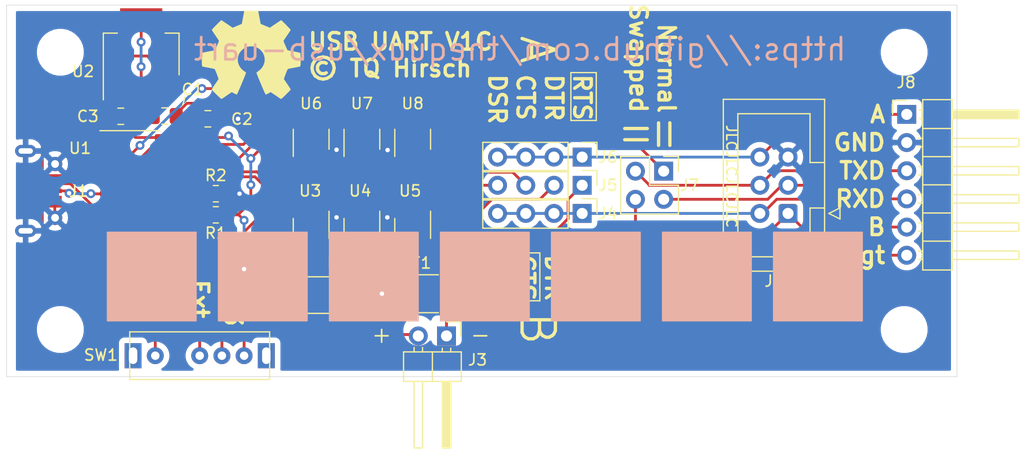
<source format=kicad_pcb>
(kicad_pcb (version 20171130) (host pcbnew 5.1.10)

  (general
    (thickness 1.6)
    (drawings 51)
    (tracks 304)
    (zones 0)
    (modules 29)
    (nets 31)
  )

  (page A4)
  (layers
    (0 F.Cu signal)
    (31 B.Cu signal)
    (32 B.Adhes user hide)
    (33 F.Adhes user hide)
    (34 B.Paste user hide)
    (35 F.Paste user hide)
    (36 B.SilkS user)
    (37 F.SilkS user)
    (38 B.Mask user hide)
    (39 F.Mask user hide)
    (40 Dwgs.User user hide)
    (41 Cmts.User user hide)
    (42 Eco1.User user)
    (43 Eco2.User user)
    (44 Edge.Cuts user)
    (45 Margin user hide)
    (46 B.CrtYd user hide)
    (47 F.CrtYd user hide)
    (48 B.Fab user hide)
    (49 F.Fab user hide)
  )

  (setup
    (last_trace_width 0.25)
    (trace_clearance 0.127)
    (zone_clearance 0.508)
    (zone_45_only no)
    (trace_min 0.127)
    (via_size 0.8)
    (via_drill 0.4)
    (via_min_size 0.4)
    (via_min_drill 0.2)
    (uvia_size 0.3)
    (uvia_drill 0.1)
    (uvias_allowed no)
    (uvia_min_size 0.2)
    (uvia_min_drill 0.1)
    (edge_width 0.05)
    (segment_width 0.2)
    (pcb_text_width 0.3)
    (pcb_text_size 1.5 1.5)
    (mod_edge_width 0.12)
    (mod_text_size 1 1)
    (mod_text_width 0.15)
    (pad_size 1.524 1.524)
    (pad_drill 0.762)
    (pad_to_mask_clearance 0)
    (aux_axis_origin 0 0)
    (grid_origin 74.652 14.722)
    (visible_elements FFFFFF7F)
    (pcbplotparams
      (layerselection 0x010fc_ffffffff)
      (usegerberextensions false)
      (usegerberattributes true)
      (usegerberadvancedattributes true)
      (creategerberjobfile true)
      (excludeedgelayer true)
      (linewidth 0.100000)
      (plotframeref false)
      (viasonmask false)
      (mode 1)
      (useauxorigin false)
      (hpglpennumber 1)
      (hpglpenspeed 20)
      (hpglpendiameter 15.000000)
      (psnegative false)
      (psa4output false)
      (plotreference true)
      (plotvalue true)
      (plotinvisibletext false)
      (padsonsilk false)
      (subtractmaskfromsilk false)
      (outputformat 1)
      (mirror false)
      (drillshape 1)
      (scaleselection 1)
      (outputdirectory ""))
  )

  (net 0 "")
  (net 1 GND)
  (net 2 +5V)
  (net 3 +3V3)
  (net 4 "Net-(D1-Pad1)")
  (net 5 "Net-(F1-Pad1)")
  (net 6 "Net-(J1-Pad3)")
  (net 7 "Net-(J1-Pad2)")
  (net 8 /PIN6)
  (net 9 /rTXD)
  (net 10 /PIN2)
  (net 11 /rRXD)
  (net 12 /Vtarget)
  (net 13 /r~CTS)
  (net 14 /r~DSR)
  (net 15 /r~DTR)
  (net 16 /r~RTS)
  (net 17 /RXD)
  (net 18 /TXD)
  (net 19 /~RTS)
  (net 20 /~DTR)
  (net 21 /~DSR)
  (net 22 /~CTS)
  (net 23 "Net-(R1-Pad2)")
  (net 24 "Net-(R2-Pad1)")
  (net 25 /rTXD')
  (net 26 /rRXD')
  (net 27 "Net-(J1-Pad4)")
  (net 28 "Net-(U1-Pad15)")
  (net 29 "Net-(U1-Pad8)")
  (net 30 "Net-(U1-Pad7)")

  (net_class Default "This is the default net class."
    (clearance 0.127)
    (trace_width 0.25)
    (via_dia 0.8)
    (via_drill 0.4)
    (uvia_dia 0.3)
    (uvia_drill 0.1)
    (add_net +3V3)
    (add_net +5V)
    (add_net /PIN2)
    (add_net /PIN6)
    (add_net /RXD)
    (add_net /TXD)
    (add_net /Vtarget)
    (add_net /rRXD)
    (add_net /rRXD')
    (add_net /rTXD)
    (add_net /rTXD')
    (add_net /r~CTS)
    (add_net /r~DSR)
    (add_net /r~DTR)
    (add_net /r~RTS)
    (add_net /~CTS)
    (add_net /~DSR)
    (add_net /~DTR)
    (add_net /~RTS)
    (add_net GND)
    (add_net "Net-(D1-Pad1)")
    (add_net "Net-(F1-Pad1)")
    (add_net "Net-(J1-Pad2)")
    (add_net "Net-(J1-Pad3)")
    (add_net "Net-(J1-Pad4)")
    (add_net "Net-(R1-Pad2)")
    (add_net "Net-(R2-Pad1)")
    (add_net "Net-(U1-Pad15)")
    (add_net "Net-(U1-Pad7)")
    (add_net "Net-(U1-Pad8)")
  )

  (module Symbol:OSHW-Symbol_8.9x8mm_SilkScreen (layer F.Cu) (tedit 0) (tstamp 60ABD080)
    (at 20.6 -12.25)
    (descr "Open Source Hardware Symbol")
    (tags "Logo Symbol OSHW")
    (attr virtual)
    (fp_text reference REF** (at 0 0) (layer F.SilkS) hide
      (effects (font (size 1 1) (thickness 0.15)))
    )
    (fp_text value OSHW-Symbol_8.9x8mm_SilkScreen (at 0.75 0) (layer F.Fab) hide
      (effects (font (size 1 1) (thickness 0.15)))
    )
    (fp_poly (pts (xy 0.746536 -3.399573) (xy 0.859118 -2.802382) (xy 1.274531 -2.631135) (xy 1.689945 -2.459888)
      (xy 2.188302 -2.798767) (xy 2.327869 -2.893123) (xy 2.454029 -2.97737) (xy 2.560896 -3.047662)
      (xy 2.642583 -3.100153) (xy 2.693202 -3.130996) (xy 2.706987 -3.137647) (xy 2.731821 -3.120542)
      (xy 2.784889 -3.073256) (xy 2.860241 -3.001828) (xy 2.95193 -2.9123) (xy 3.054008 -2.810711)
      (xy 3.160527 -2.703102) (xy 3.265537 -2.595513) (xy 3.363092 -2.493985) (xy 3.447243 -2.404559)
      (xy 3.512041 -2.333274) (xy 3.551538 -2.286172) (xy 3.560981 -2.270408) (xy 3.547392 -2.241347)
      (xy 3.509294 -2.177679) (xy 3.450694 -2.085633) (xy 3.375598 -1.971436) (xy 3.288009 -1.841316)
      (xy 3.237255 -1.767099) (xy 3.144746 -1.631578) (xy 3.062541 -1.509284) (xy 2.994631 -1.406305)
      (xy 2.945001 -1.328727) (xy 2.917641 -1.282639) (xy 2.91353 -1.272953) (xy 2.92285 -1.245426)
      (xy 2.948255 -1.181272) (xy 2.985912 -1.08951) (xy 3.031987 -0.979161) (xy 3.082647 -0.859245)
      (xy 3.13406 -0.738781) (xy 3.18239 -0.626791) (xy 3.223807 -0.532293) (xy 3.254475 -0.464308)
      (xy 3.270562 -0.431857) (xy 3.271512 -0.43058) (xy 3.296773 -0.424383) (xy 3.364046 -0.41056)
      (xy 3.466361 -0.390468) (xy 3.596742 -0.365466) (xy 3.748217 -0.336914) (xy 3.836594 -0.320449)
      (xy 3.998453 -0.289631) (xy 4.14465 -0.260306) (xy 4.267788 -0.234079) (xy 4.36047 -0.212554)
      (xy 4.415302 -0.197335) (xy 4.426324 -0.192507) (xy 4.437119 -0.159826) (xy 4.44583 -0.086015)
      (xy 4.452461 0.020292) (xy 4.457019 0.150467) (xy 4.45951 0.295876) (xy 4.459939 0.44789)
      (xy 4.458312 0.597877) (xy 4.454636 0.737206) (xy 4.448916 0.857245) (xy 4.441158 0.949365)
      (xy 4.431369 1.004932) (xy 4.425497 1.0165) (xy 4.3904 1.030365) (xy 4.316029 1.050188)
      (xy 4.212224 1.073639) (xy 4.08882 1.098391) (xy 4.045742 1.106398) (xy 3.838048 1.144441)
      (xy 3.673985 1.175079) (xy 3.548131 1.199529) (xy 3.455066 1.219009) (xy 3.389368 1.234736)
      (xy 3.345618 1.247928) (xy 3.318393 1.259804) (xy 3.302273 1.27158) (xy 3.300018 1.273908)
      (xy 3.277504 1.3114) (xy 3.243159 1.384365) (xy 3.200412 1.483867) (xy 3.152693 1.600973)
      (xy 3.103431 1.726748) (xy 3.056056 1.852257) (xy 3.013996 1.968565) (xy 2.980681 2.066739)
      (xy 2.959542 2.137843) (xy 2.954006 2.172942) (xy 2.954467 2.174172) (xy 2.973224 2.202861)
      (xy 3.015777 2.265985) (xy 3.077654 2.356973) (xy 3.154383 2.469255) (xy 3.241492 2.59626)
      (xy 3.266299 2.632353) (xy 3.354753 2.763203) (xy 3.432589 2.882591) (xy 3.495567 2.983662)
      (xy 3.539446 3.059559) (xy 3.559986 3.103427) (xy 3.560981 3.108817) (xy 3.543723 3.137144)
      (xy 3.496036 3.193261) (xy 3.424051 3.271137) (xy 3.333898 3.36474) (xy 3.231706 3.468041)
      (xy 3.123606 3.575006) (xy 3.015729 3.679606) (xy 2.914205 3.775809) (xy 2.825163 3.857584)
      (xy 2.754734 3.9189) (xy 2.709048 3.953726) (xy 2.69641 3.959412) (xy 2.666992 3.94602)
      (xy 2.606762 3.909899) (xy 2.52553 3.857136) (xy 2.463031 3.814667) (xy 2.349786 3.73674)
      (xy 2.215675 3.644984) (xy 2.081156 3.553375) (xy 2.008834 3.504346) (xy 1.764039 3.33877)
      (xy 1.558551 3.449875) (xy 1.464937 3.498548) (xy 1.385331 3.536381) (xy 1.331468 3.557958)
      (xy 1.317758 3.560961) (xy 1.301271 3.538793) (xy 1.268746 3.476149) (xy 1.222609 3.378809)
      (xy 1.165291 3.252549) (xy 1.099217 3.10315) (xy 1.026816 2.936388) (xy 0.950517 2.758042)
      (xy 0.872747 2.573891) (xy 0.795935 2.389712) (xy 0.722507 2.211285) (xy 0.654893 2.044387)
      (xy 0.595521 1.894797) (xy 0.546817 1.768293) (xy 0.511211 1.670654) (xy 0.491131 1.607657)
      (xy 0.487901 1.586021) (xy 0.513497 1.558424) (xy 0.569539 1.513625) (xy 0.644312 1.460934)
      (xy 0.650588 1.456765) (xy 0.843846 1.302069) (xy 0.999675 1.121591) (xy 1.116725 0.921102)
      (xy 1.193646 0.706374) (xy 1.229087 0.483177) (xy 1.221698 0.257281) (xy 1.170128 0.034459)
      (xy 1.073027 -0.179521) (xy 1.044459 -0.226336) (xy 0.895869 -0.415382) (xy 0.720328 -0.567188)
      (xy 0.523911 -0.680966) (xy 0.312694 -0.755925) (xy 0.092754 -0.791278) (xy -0.129836 -0.786233)
      (xy -0.348998 -0.740001) (xy -0.558657 -0.651794) (xy -0.752738 -0.520821) (xy -0.812773 -0.467663)
      (xy -0.965564 -0.301261) (xy -1.076902 -0.126088) (xy -1.153276 0.070266) (xy -1.195812 0.264717)
      (xy -1.206313 0.483342) (xy -1.171299 0.703052) (xy -1.094326 0.91642) (xy -0.978952 1.116022)
      (xy -0.828734 1.294429) (xy -0.647226 1.444217) (xy -0.623372 1.460006) (xy -0.547798 1.511712)
      (xy -0.490348 1.556512) (xy -0.462882 1.585117) (xy -0.462482 1.586021) (xy -0.468379 1.616964)
      (xy -0.491754 1.687191) (xy -0.530178 1.790925) (xy -0.581222 1.92239) (xy -0.642457 2.075807)
      (xy -0.711455 2.245401) (xy -0.785786 2.425393) (xy -0.863021 2.610008) (xy -0.940731 2.793468)
      (xy -1.016488 2.969996) (xy -1.087862 3.133814) (xy -1.152425 3.279147) (xy -1.207747 3.400217)
      (xy -1.251399 3.491247) (xy -1.280953 3.54646) (xy -1.292855 3.560961) (xy -1.329222 3.549669)
      (xy -1.397269 3.519385) (xy -1.485263 3.47552) (xy -1.533649 3.449875) (xy -1.739136 3.33877)
      (xy -1.983931 3.504346) (xy -2.108893 3.58917) (xy -2.245704 3.682516) (xy -2.373911 3.770408)
      (xy -2.438128 3.814667) (xy -2.528448 3.875318) (xy -2.604928 3.923381) (xy -2.657592 3.95277)
      (xy -2.674697 3.958982) (xy -2.699594 3.942223) (xy -2.754694 3.895436) (xy -2.834656 3.82348)
      (xy -2.934139 3.731212) (xy -3.047799 3.62349) (xy -3.119684 3.554326) (xy -3.245448 3.430757)
      (xy -3.354136 3.320234) (xy -3.441354 3.227485) (xy -3.50271 3.157237) (xy -3.533808 3.11422)
      (xy -3.536791 3.10549) (xy -3.522946 3.072284) (xy -3.484687 3.005142) (xy -3.426258 2.910863)
      (xy -3.351902 2.796245) (xy -3.265864 2.668083) (xy -3.241397 2.632353) (xy -3.152245 2.502489)
      (xy -3.072261 2.385569) (xy -3.005919 2.288162) (xy -2.957688 2.216839) (xy -2.932042 2.17817)
      (xy -2.929564 2.174172) (xy -2.93327 2.143355) (xy -2.952938 2.075599) (xy -2.985139 1.979839)
      (xy -3.026444 1.865009) (xy -3.073424 1.740044) (xy -3.12265 1.613879) (xy -3.170691 1.495448)
      (xy -3.214118 1.393685) (xy -3.249503 1.317526) (xy -3.273415 1.275904) (xy -3.275115 1.273908)
      (xy -3.289737 1.262013) (xy -3.314434 1.25025) (xy -3.354627 1.237401) (xy -3.415736 1.222249)
      (xy -3.503182 1.203576) (xy -3.622387 1.180165) (xy -3.778772 1.150797) (xy -3.977756 1.114255)
      (xy -4.020839 1.106398) (xy -4.148529 1.081727) (xy -4.259846 1.057593) (xy -4.344954 1.036324)
      (xy -4.394016 1.020248) (xy -4.400594 1.0165) (xy -4.411435 0.983273) (xy -4.420246 0.909021)
      (xy -4.427023 0.802376) (xy -4.431759 0.671967) (xy -4.434449 0.526427) (xy -4.435086 0.374386)
      (xy -4.433665 0.224476) (xy -4.430179 0.085328) (xy -4.424623 -0.034428) (xy -4.416991 -0.126159)
      (xy -4.407277 -0.181234) (xy -4.401421 -0.192507) (xy -4.368819 -0.203877) (xy -4.294581 -0.222376)
      (xy -4.186103 -0.246398) (xy -4.050782 -0.274338) (xy -3.896014 -0.304592) (xy -3.811692 -0.320449)
      (xy -3.651703 -0.350356) (xy -3.509032 -0.37745) (xy -3.390651 -0.400369) (xy -3.303534 -0.417757)
      (xy -3.254654 -0.428253) (xy -3.246609 -0.43058) (xy -3.233012 -0.456814) (xy -3.20427 -0.520005)
      (xy -3.164214 -0.611123) (xy -3.116675 -0.721143) (xy -3.065484 -0.841035) (xy -3.014473 -0.961773)
      (xy -2.967473 -1.074329) (xy -2.928315 -1.169674) (xy -2.90083 -1.238783) (xy -2.88885 -1.272626)
      (xy -2.888627 -1.274105) (xy -2.902208 -1.300803) (xy -2.940284 -1.36224) (xy -2.998852 -1.452311)
      (xy -3.073911 -1.56491) (xy -3.161459 -1.69393) (xy -3.212352 -1.768039) (xy -3.30509 -1.903923)
      (xy -3.387458 -2.027291) (xy -3.455438 -2.131903) (xy -3.505011 -2.211517) (xy -3.532157 -2.259893)
      (xy -3.536078 -2.270738) (xy -3.519224 -2.29598) (xy -3.472631 -2.349876) (xy -3.402251 -2.426387)
      (xy -3.314034 -2.519477) (xy -3.213934 -2.623105) (xy -3.107901 -2.731236) (xy -3.001888 -2.83783)
      (xy -2.901847 -2.93685) (xy -2.813729 -3.022258) (xy -2.743486 -3.088015) (xy -2.697071 -3.128084)
      (xy -2.681543 -3.137647) (xy -2.65626 -3.1242) (xy -2.595788 -3.086425) (xy -2.506007 -3.028165)
      (xy -2.392796 -2.953266) (xy -2.262036 -2.865575) (xy -2.1634 -2.798767) (xy -1.665042 -2.459888)
      (xy -1.249629 -2.631135) (xy -0.834215 -2.802382) (xy -0.721633 -3.399573) (xy -0.60905 -3.996765)
      (xy 0.633953 -3.996765) (xy 0.746536 -3.399573)) (layer F.SilkS) (width 0.01))
  )

  (module Capacitor_SMD:C_0805_2012Metric_Pad1.18x1.45mm_HandSolder (layer F.Cu) (tedit 5F68FEEF) (tstamp 610DE01E)
    (at 12.82 -6.75)
    (descr "Capacitor SMD 0805 (2012 Metric), square (rectangular) end terminal, IPC_7351 nominal with elongated pad for handsoldering. (Body size source: IPC-SM-782 page 76, https://www.pcb-3d.com/wordpress/wp-content/uploads/ipc-sm-782a_amendment_1_and_2.pdf, https://docs.google.com/spreadsheets/d/1BsfQQcO9C6DZCsRaXUlFlo91Tg2WpOkGARC1WS5S8t0/edit?usp=sharing), generated with kicad-footprint-generator")
    (tags "capacitor handsolder")
    (path /60576D23)
    (attr smd)
    (fp_text reference C1 (at 2.5 -2.4) (layer F.SilkS)
      (effects (font (size 1 1) (thickness 0.15)))
    )
    (fp_text value 0.1µF (at 0 1.68) (layer F.Fab)
      (effects (font (size 1 1) (thickness 0.15)))
    )
    (fp_text user %R (at 0 0) (layer F.Fab)
      (effects (font (size 0.5 0.5) (thickness 0.08)))
    )
    (fp_line (start -1 0.625) (end -1 -0.625) (layer F.Fab) (width 0.1))
    (fp_line (start -1 -0.625) (end 1 -0.625) (layer F.Fab) (width 0.1))
    (fp_line (start 1 -0.625) (end 1 0.625) (layer F.Fab) (width 0.1))
    (fp_line (start 1 0.625) (end -1 0.625) (layer F.Fab) (width 0.1))
    (fp_line (start -0.261252 -0.735) (end 0.261252 -0.735) (layer F.SilkS) (width 0.12))
    (fp_line (start -0.261252 0.735) (end 0.261252 0.735) (layer F.SilkS) (width 0.12))
    (fp_line (start -1.88 0.98) (end -1.88 -0.98) (layer F.CrtYd) (width 0.05))
    (fp_line (start -1.88 -0.98) (end 1.88 -0.98) (layer F.CrtYd) (width 0.05))
    (fp_line (start 1.88 -0.98) (end 1.88 0.98) (layer F.CrtYd) (width 0.05))
    (fp_line (start 1.88 0.98) (end -1.88 0.98) (layer F.CrtYd) (width 0.05))
    (pad 2 smd roundrect (at 1.0375 0) (size 1.175 1.45) (layers F.Cu F.Paste F.Mask) (roundrect_rratio 0.212766)
      (net 1 GND))
    (pad 1 smd roundrect (at -1.0375 0) (size 1.175 1.45) (layers F.Cu F.Paste F.Mask) (roundrect_rratio 0.212766)
      (net 2 +5V))
    (model ${KISYS3DMOD}/Capacitor_SMD.3dshapes/C_0805_2012Metric.wrl
      (at (xyz 0 0 0))
      (scale (xyz 1 1 1))
      (rotate (xyz 0 0 0))
    )
  )

  (module Capacitor_SMD:C_0805_2012Metric_Pad1.18x1.45mm_HandSolder (layer F.Cu) (tedit 5F68FEEF) (tstamp 603EB903)
    (at 8.863 -6.727 180)
    (descr "Capacitor SMD 0805 (2012 Metric), square (rectangular) end terminal, IPC_7351 nominal with elongated pad for handsoldering. (Body size source: IPC-SM-782 page 76, https://www.pcb-3d.com/wordpress/wp-content/uploads/ipc-sm-782a_amendment_1_and_2.pdf, https://docs.google.com/spreadsheets/d/1BsfQQcO9C6DZCsRaXUlFlo91Tg2WpOkGARC1WS5S8t0/edit?usp=sharing), generated with kicad-footprint-generator")
    (tags "capacitor handsolder")
    (path /6057743C)
    (attr smd)
    (fp_text reference C3 (at 2.968 -0.002) (layer F.SilkS)
      (effects (font (size 1 1) (thickness 0.15)))
    )
    (fp_text value 10µF (at 0 1.68) (layer F.Fab)
      (effects (font (size 1 1) (thickness 0.15)))
    )
    (fp_text user %R (at 0 0) (layer F.Fab)
      (effects (font (size 0.5 0.5) (thickness 0.08)))
    )
    (fp_line (start -1 0.625) (end -1 -0.625) (layer F.Fab) (width 0.1))
    (fp_line (start -1 -0.625) (end 1 -0.625) (layer F.Fab) (width 0.1))
    (fp_line (start 1 -0.625) (end 1 0.625) (layer F.Fab) (width 0.1))
    (fp_line (start 1 0.625) (end -1 0.625) (layer F.Fab) (width 0.1))
    (fp_line (start -0.261252 -0.735) (end 0.261252 -0.735) (layer F.SilkS) (width 0.12))
    (fp_line (start -0.261252 0.735) (end 0.261252 0.735) (layer F.SilkS) (width 0.12))
    (fp_line (start -1.88 0.98) (end -1.88 -0.98) (layer F.CrtYd) (width 0.05))
    (fp_line (start -1.88 -0.98) (end 1.88 -0.98) (layer F.CrtYd) (width 0.05))
    (fp_line (start 1.88 -0.98) (end 1.88 0.98) (layer F.CrtYd) (width 0.05))
    (fp_line (start 1.88 0.98) (end -1.88 0.98) (layer F.CrtYd) (width 0.05))
    (pad 2 smd roundrect (at 1.0375 0 180) (size 1.175 1.45) (layers F.Cu F.Paste F.Mask) (roundrect_rratio 0.212766)
      (net 1 GND))
    (pad 1 smd roundrect (at -1.0375 0 180) (size 1.175 1.45) (layers F.Cu F.Paste F.Mask) (roundrect_rratio 0.212766)
      (net 3 +3V3))
    (model ${KISYS3DMOD}/Capacitor_SMD.3dshapes/C_0805_2012Metric.wrl
      (at (xyz 0 0 0))
      (scale (xyz 1 1 1))
      (rotate (xyz 0 0 0))
    )
  )

  (module Package_TO_SOT_SMD:SOT-223-3_TabPin2 (layer F.Cu) (tedit 5A02FF57) (tstamp 603F33B9)
    (at 10.702 -12.315 90)
    (descr "module CMS SOT223 4 pins")
    (tags "CMS SOT")
    (path /6055D546)
    (attr smd)
    (fp_text reference U2 (at -1.54 -5.232 180) (layer F.SilkS)
      (effects (font (size 1 1) (thickness 0.15)))
    )
    (fp_text value AMS1117-3.3 (at 0 4.5 90) (layer F.Fab)
      (effects (font (size 1 1) (thickness 0.15)))
    )
    (fp_line (start 1.91 3.41) (end 1.91 2.15) (layer F.SilkS) (width 0.12))
    (fp_line (start 1.91 -3.41) (end 1.91 -2.15) (layer F.SilkS) (width 0.12))
    (fp_line (start 4.4 -3.6) (end -4.4 -3.6) (layer F.CrtYd) (width 0.05))
    (fp_line (start 4.4 3.6) (end 4.4 -3.6) (layer F.CrtYd) (width 0.05))
    (fp_line (start -4.4 3.6) (end 4.4 3.6) (layer F.CrtYd) (width 0.05))
    (fp_line (start -4.4 -3.6) (end -4.4 3.6) (layer F.CrtYd) (width 0.05))
    (fp_line (start -1.85 -2.35) (end -0.85 -3.35) (layer F.Fab) (width 0.1))
    (fp_line (start -1.85 -2.35) (end -1.85 3.35) (layer F.Fab) (width 0.1))
    (fp_line (start -1.85 3.41) (end 1.91 3.41) (layer F.SilkS) (width 0.12))
    (fp_line (start -0.85 -3.35) (end 1.85 -3.35) (layer F.Fab) (width 0.1))
    (fp_line (start -4.1 -3.41) (end 1.91 -3.41) (layer F.SilkS) (width 0.12))
    (fp_line (start -1.85 3.35) (end 1.85 3.35) (layer F.Fab) (width 0.1))
    (fp_line (start 1.85 -3.35) (end 1.85 3.35) (layer F.Fab) (width 0.1))
    (fp_text user %R (at 0 0) (layer F.Fab)
      (effects (font (size 0.8 0.8) (thickness 0.12)))
    )
    (pad 1 smd rect (at -3.15 -2.3 90) (size 2 1.5) (layers F.Cu F.Paste F.Mask)
      (net 1 GND))
    (pad 3 smd rect (at -3.15 2.3 90) (size 2 1.5) (layers F.Cu F.Paste F.Mask)
      (net 2 +5V))
    (pad 2 smd rect (at -3.15 0 90) (size 2 1.5) (layers F.Cu F.Paste F.Mask)
      (net 3 +3V3))
    (pad 2 smd rect (at 3.15 0 90) (size 2 3.8) (layers F.Cu F.Paste F.Mask)
      (net 3 +3V3))
    (model ${KISYS3DMOD}/Package_TO_SOT_SMD.3dshapes/SOT-223.wrl
      (at (xyz 0 0 0))
      (scale (xyz 1 1 1))
      (rotate (xyz 0 0 0))
    )
  )

  (module "chinesium:Jing 920-E52A2021S10100 (JLC C10418)" (layer F.Cu) (tedit 610D7845) (tstamp 610DDCA2)
    (at 2.92 0 90)
    (path /6053A753)
    (fp_text reference J1 (at -0.025 2.125 180) (layer F.SilkS)
      (effects (font (size 1 1) (thickness 0.15)))
    )
    (fp_text value USB_B_Micro (at 0 -4.875 90) (layer F.Fab)
      (effects (font (size 1 1) (thickness 0.15)))
    )
    (fp_line (start -3.6 -4.375) (end 3.6 -4.375) (layer Dwgs.User) (width 0.12))
    (fp_line (start -4 -4.875) (end -4 0.625) (layer F.CrtYd) (width 0.12))
    (fp_line (start -4 0.625) (end 4 0.625) (layer F.CrtYd) (width 0.12))
    (fp_line (start 4 0.625) (end 4 -4.875) (layer F.CrtYd) (width 0.12))
    (fp_line (start 4 -4.875) (end -4 -4.875) (layer F.CrtYd) (width 0.12))
    (pad 6 thru_hole oval (at 3.6 -2.625 90) (size 1.1 1.9) (drill oval 0.5 1.3) (layers *.Cu *.Mask)
      (net 1 GND))
    (pad 6 thru_hole oval (at -3.6 -2.625 90) (size 1.1 1.9) (drill oval 0.5 1.3) (layers *.Cu *.Mask)
      (net 1 GND))
    (pad 6 thru_hole circle (at -2.425 0.025 90) (size 1.3 1.3) (drill 0.7) (layers *.Cu *.Mask)
      (net 1 GND))
    (pad 6 thru_hole circle (at 2.425 0.025 90) (size 1.3 1.3) (drill 0.7) (layers *.Cu *.Mask)
      (net 1 GND))
    (pad 5 smd rect (at -1.3 0 90) (size 0.4 1.25) (layers F.Cu F.Paste F.Mask)
      (net 1 GND))
    (pad 4 smd rect (at -0.65 0 90) (size 0.4 1.25) (layers F.Cu F.Paste F.Mask)
      (net 27 "Net-(J1-Pad4)"))
    (pad 3 smd rect (at 0 0 90) (size 0.4 1.25) (layers F.Cu F.Paste F.Mask)
      (net 6 "Net-(J1-Pad3)"))
    (pad 2 smd rect (at 0.65 0 90) (size 0.4 1.25) (layers F.Cu F.Paste F.Mask)
      (net 7 "Net-(J1-Pad2)"))
    (pad 1 smd rect (at 1.3 0 90) (size 0.4 1.25) (layers F.Cu F.Paste F.Mask)
      (net 2 +5V))
  )

  (module Package_TO_SOT_SMD:SOT-23-5_HandSoldering (layer F.Cu) (tedit 5A0AB76C) (tstamp 610DBD2B)
    (at 35.152 -4.656 90)
    (descr "5-pin SOT23 package")
    (tags "SOT-23-5 hand-soldering")
    (path /605A6D19)
    (attr smd)
    (fp_text reference U8 (at 3.222 0 180) (layer F.SilkS)
      (effects (font (size 1 1) (thickness 0.15)))
    )
    (fp_text value SN74LV1T125 (at 0 2.9 90) (layer F.Fab)
      (effects (font (size 1 1) (thickness 0.15)))
    )
    (fp_text user %R (at 0 0) (layer F.Fab)
      (effects (font (size 0.5 0.5) (thickness 0.075)))
    )
    (fp_line (start -0.9 1.61) (end 0.9 1.61) (layer F.SilkS) (width 0.12))
    (fp_line (start 0.9 -1.61) (end -1.55 -1.61) (layer F.SilkS) (width 0.12))
    (fp_line (start -0.9 -0.9) (end -0.25 -1.55) (layer F.Fab) (width 0.1))
    (fp_line (start 0.9 -1.55) (end -0.25 -1.55) (layer F.Fab) (width 0.1))
    (fp_line (start -0.9 -0.9) (end -0.9 1.55) (layer F.Fab) (width 0.1))
    (fp_line (start 0.9 1.55) (end -0.9 1.55) (layer F.Fab) (width 0.1))
    (fp_line (start 0.9 -1.55) (end 0.9 1.55) (layer F.Fab) (width 0.1))
    (fp_line (start -2.38 -1.8) (end 2.38 -1.8) (layer F.CrtYd) (width 0.05))
    (fp_line (start -2.38 -1.8) (end -2.38 1.8) (layer F.CrtYd) (width 0.05))
    (fp_line (start 2.38 1.8) (end 2.38 -1.8) (layer F.CrtYd) (width 0.05))
    (fp_line (start 2.38 1.8) (end -2.38 1.8) (layer F.CrtYd) (width 0.05))
    (pad 5 smd rect (at 1.35 -0.95 90) (size 1.56 0.65) (layers F.Cu F.Paste F.Mask)
      (net 3 +3V3))
    (pad 4 smd rect (at 1.35 0.95 90) (size 1.56 0.65) (layers F.Cu F.Paste F.Mask)
      (net 17 /RXD))
    (pad 3 smd rect (at -1.35 0.95 90) (size 1.56 0.65) (layers F.Cu F.Paste F.Mask)
      (net 1 GND))
    (pad 2 smd rect (at -1.35 0 90) (size 1.56 0.65) (layers F.Cu F.Paste F.Mask)
      (net 11 /rRXD))
    (pad 1 smd rect (at -1.35 -0.95 90) (size 1.56 0.65) (layers F.Cu F.Paste F.Mask)
      (net 1 GND))
    (model ${KISYS3DMOD}/Package_TO_SOT_SMD.3dshapes/SOT-23-5.wrl
      (at (xyz 0 0 0))
      (scale (xyz 1 1 1))
      (rotate (xyz 0 0 0))
    )
  )

  (module Package_TO_SOT_SMD:SOT-23-5_HandSoldering (layer F.Cu) (tedit 5A0AB76C) (tstamp 610DBDF8)
    (at 30.58 -4.656 90)
    (descr "5-pin SOT23 package")
    (tags "SOT-23-5 hand-soldering")
    (path /605A64D7)
    (attr smd)
    (fp_text reference U7 (at 3.222 0 180) (layer F.SilkS)
      (effects (font (size 1 1) (thickness 0.15)))
    )
    (fp_text value SN74LV1T125 (at 0 2.9 90) (layer F.Fab)
      (effects (font (size 1 1) (thickness 0.15)))
    )
    (fp_text user %R (at 0 0) (layer F.Fab)
      (effects (font (size 0.5 0.5) (thickness 0.075)))
    )
    (fp_line (start -0.9 1.61) (end 0.9 1.61) (layer F.SilkS) (width 0.12))
    (fp_line (start 0.9 -1.61) (end -1.55 -1.61) (layer F.SilkS) (width 0.12))
    (fp_line (start -0.9 -0.9) (end -0.25 -1.55) (layer F.Fab) (width 0.1))
    (fp_line (start 0.9 -1.55) (end -0.25 -1.55) (layer F.Fab) (width 0.1))
    (fp_line (start -0.9 -0.9) (end -0.9 1.55) (layer F.Fab) (width 0.1))
    (fp_line (start 0.9 1.55) (end -0.9 1.55) (layer F.Fab) (width 0.1))
    (fp_line (start 0.9 -1.55) (end 0.9 1.55) (layer F.Fab) (width 0.1))
    (fp_line (start -2.38 -1.8) (end 2.38 -1.8) (layer F.CrtYd) (width 0.05))
    (fp_line (start -2.38 -1.8) (end -2.38 1.8) (layer F.CrtYd) (width 0.05))
    (fp_line (start 2.38 1.8) (end 2.38 -1.8) (layer F.CrtYd) (width 0.05))
    (fp_line (start 2.38 1.8) (end -2.38 1.8) (layer F.CrtYd) (width 0.05))
    (pad 5 smd rect (at 1.35 -0.95 90) (size 1.56 0.65) (layers F.Cu F.Paste F.Mask)
      (net 3 +3V3))
    (pad 4 smd rect (at 1.35 0.95 90) (size 1.56 0.65) (layers F.Cu F.Paste F.Mask)
      (net 22 /~CTS))
    (pad 3 smd rect (at -1.35 0.95 90) (size 1.56 0.65) (layers F.Cu F.Paste F.Mask)
      (net 1 GND))
    (pad 2 smd rect (at -1.35 0 90) (size 1.56 0.65) (layers F.Cu F.Paste F.Mask)
      (net 13 /r~CTS))
    (pad 1 smd rect (at -1.35 -0.95 90) (size 1.56 0.65) (layers F.Cu F.Paste F.Mask)
      (net 1 GND))
    (model ${KISYS3DMOD}/Package_TO_SOT_SMD.3dshapes/SOT-23-5.wrl
      (at (xyz 0 0 0))
      (scale (xyz 1 1 1))
      (rotate (xyz 0 0 0))
    )
  )

  (module Package_TO_SOT_SMD:SOT-23-5_HandSoldering (layer F.Cu) (tedit 5A0AB76C) (tstamp 610DBE89)
    (at 26.008 -4.656 90)
    (descr "5-pin SOT23 package")
    (tags "SOT-23-5 hand-soldering")
    (path /605A0796)
    (attr smd)
    (fp_text reference U6 (at 3.222 0 180) (layer F.SilkS)
      (effects (font (size 1 1) (thickness 0.15)))
    )
    (fp_text value SN74LV1T125 (at 0 2.9 90) (layer F.Fab)
      (effects (font (size 1 1) (thickness 0.15)))
    )
    (fp_text user %R (at 0 0) (layer F.Fab)
      (effects (font (size 0.5 0.5) (thickness 0.075)))
    )
    (fp_line (start -0.9 1.61) (end 0.9 1.61) (layer F.SilkS) (width 0.12))
    (fp_line (start 0.9 -1.61) (end -1.55 -1.61) (layer F.SilkS) (width 0.12))
    (fp_line (start -0.9 -0.9) (end -0.25 -1.55) (layer F.Fab) (width 0.1))
    (fp_line (start 0.9 -1.55) (end -0.25 -1.55) (layer F.Fab) (width 0.1))
    (fp_line (start -0.9 -0.9) (end -0.9 1.55) (layer F.Fab) (width 0.1))
    (fp_line (start 0.9 1.55) (end -0.9 1.55) (layer F.Fab) (width 0.1))
    (fp_line (start 0.9 -1.55) (end 0.9 1.55) (layer F.Fab) (width 0.1))
    (fp_line (start -2.38 -1.8) (end 2.38 -1.8) (layer F.CrtYd) (width 0.05))
    (fp_line (start -2.38 -1.8) (end -2.38 1.8) (layer F.CrtYd) (width 0.05))
    (fp_line (start 2.38 1.8) (end 2.38 -1.8) (layer F.CrtYd) (width 0.05))
    (fp_line (start 2.38 1.8) (end -2.38 1.8) (layer F.CrtYd) (width 0.05))
    (pad 5 smd rect (at 1.35 -0.95 90) (size 1.56 0.65) (layers F.Cu F.Paste F.Mask)
      (net 3 +3V3))
    (pad 4 smd rect (at 1.35 0.95 90) (size 1.56 0.65) (layers F.Cu F.Paste F.Mask)
      (net 21 /~DSR))
    (pad 3 smd rect (at -1.35 0.95 90) (size 1.56 0.65) (layers F.Cu F.Paste F.Mask)
      (net 1 GND))
    (pad 2 smd rect (at -1.35 0 90) (size 1.56 0.65) (layers F.Cu F.Paste F.Mask)
      (net 14 /r~DSR))
    (pad 1 smd rect (at -1.35 -0.95 90) (size 1.56 0.65) (layers F.Cu F.Paste F.Mask)
      (net 1 GND))
    (model ${KISYS3DMOD}/Package_TO_SOT_SMD.3dshapes/SOT-23-5.wrl
      (at (xyz 0 0 0))
      (scale (xyz 1 1 1))
      (rotate (xyz 0 0 0))
    )
  )

  (module Package_TO_SOT_SMD:SOT-23-5_HandSoldering (layer F.Cu) (tedit 5A0AB76C) (tstamp 610DC477)
    (at 35.152 3.386 270)
    (descr "5-pin SOT23 package")
    (tags "SOT-23-5 hand-soldering")
    (path /6059FDA6)
    (attr smd)
    (fp_text reference U5 (at -3.386 0.232 180) (layer F.SilkS)
      (effects (font (size 1 1) (thickness 0.15)))
    )
    (fp_text value SN74LV1T125 (at 0 2.9 90) (layer F.Fab)
      (effects (font (size 1 1) (thickness 0.15)))
    )
    (fp_text user %R (at 0 0) (layer F.Fab)
      (effects (font (size 0.5 0.5) (thickness 0.075)))
    )
    (fp_line (start -0.9 1.61) (end 0.9 1.61) (layer F.SilkS) (width 0.12))
    (fp_line (start 0.9 -1.61) (end -1.55 -1.61) (layer F.SilkS) (width 0.12))
    (fp_line (start -0.9 -0.9) (end -0.25 -1.55) (layer F.Fab) (width 0.1))
    (fp_line (start 0.9 -1.55) (end -0.25 -1.55) (layer F.Fab) (width 0.1))
    (fp_line (start -0.9 -0.9) (end -0.9 1.55) (layer F.Fab) (width 0.1))
    (fp_line (start 0.9 1.55) (end -0.9 1.55) (layer F.Fab) (width 0.1))
    (fp_line (start 0.9 -1.55) (end 0.9 1.55) (layer F.Fab) (width 0.1))
    (fp_line (start -2.38 -1.8) (end 2.38 -1.8) (layer F.CrtYd) (width 0.05))
    (fp_line (start -2.38 -1.8) (end -2.38 1.8) (layer F.CrtYd) (width 0.05))
    (fp_line (start 2.38 1.8) (end 2.38 -1.8) (layer F.CrtYd) (width 0.05))
    (fp_line (start 2.38 1.8) (end -2.38 1.8) (layer F.CrtYd) (width 0.05))
    (pad 5 smd rect (at 1.35 -0.95 270) (size 1.56 0.65) (layers F.Cu F.Paste F.Mask)
      (net 12 /Vtarget))
    (pad 4 smd rect (at 1.35 0.95 270) (size 1.56 0.65) (layers F.Cu F.Paste F.Mask)
      (net 15 /r~DTR))
    (pad 3 smd rect (at -1.35 0.95 270) (size 1.56 0.65) (layers F.Cu F.Paste F.Mask)
      (net 1 GND))
    (pad 2 smd rect (at -1.35 0 270) (size 1.56 0.65) (layers F.Cu F.Paste F.Mask)
      (net 20 /~DTR))
    (pad 1 smd rect (at -1.35 -0.95 270) (size 1.56 0.65) (layers F.Cu F.Paste F.Mask)
      (net 1 GND))
    (model ${KISYS3DMOD}/Package_TO_SOT_SMD.3dshapes/SOT-23-5.wrl
      (at (xyz 0 0 0))
      (scale (xyz 1 1 1))
      (rotate (xyz 0 0 0))
    )
  )

  (module Package_TO_SOT_SMD:SOT-23-5_HandSoldering (layer F.Cu) (tedit 5A0AB76C) (tstamp 610DC519)
    (at 30.58 3.386 270)
    (descr "5-pin SOT23 package")
    (tags "SOT-23-5 hand-soldering")
    (path /6059F374)
    (attr smd)
    (fp_text reference U4 (at -3.386 0.16 180) (layer F.SilkS)
      (effects (font (size 1 1) (thickness 0.15)))
    )
    (fp_text value SN74LV1T125 (at 0 2.9 90) (layer F.Fab)
      (effects (font (size 1 1) (thickness 0.15)))
    )
    (fp_text user %R (at 0 0) (layer F.Fab)
      (effects (font (size 0.5 0.5) (thickness 0.075)))
    )
    (fp_line (start -0.9 1.61) (end 0.9 1.61) (layer F.SilkS) (width 0.12))
    (fp_line (start 0.9 -1.61) (end -1.55 -1.61) (layer F.SilkS) (width 0.12))
    (fp_line (start -0.9 -0.9) (end -0.25 -1.55) (layer F.Fab) (width 0.1))
    (fp_line (start 0.9 -1.55) (end -0.25 -1.55) (layer F.Fab) (width 0.1))
    (fp_line (start -0.9 -0.9) (end -0.9 1.55) (layer F.Fab) (width 0.1))
    (fp_line (start 0.9 1.55) (end -0.9 1.55) (layer F.Fab) (width 0.1))
    (fp_line (start 0.9 -1.55) (end 0.9 1.55) (layer F.Fab) (width 0.1))
    (fp_line (start -2.38 -1.8) (end 2.38 -1.8) (layer F.CrtYd) (width 0.05))
    (fp_line (start -2.38 -1.8) (end -2.38 1.8) (layer F.CrtYd) (width 0.05))
    (fp_line (start 2.38 1.8) (end 2.38 -1.8) (layer F.CrtYd) (width 0.05))
    (fp_line (start 2.38 1.8) (end -2.38 1.8) (layer F.CrtYd) (width 0.05))
    (pad 5 smd rect (at 1.35 -0.95 270) (size 1.56 0.65) (layers F.Cu F.Paste F.Mask)
      (net 12 /Vtarget))
    (pad 4 smd rect (at 1.35 0.95 270) (size 1.56 0.65) (layers F.Cu F.Paste F.Mask)
      (net 16 /r~RTS))
    (pad 3 smd rect (at -1.35 0.95 270) (size 1.56 0.65) (layers F.Cu F.Paste F.Mask)
      (net 1 GND))
    (pad 2 smd rect (at -1.35 0 270) (size 1.56 0.65) (layers F.Cu F.Paste F.Mask)
      (net 19 /~RTS))
    (pad 1 smd rect (at -1.35 -0.95 270) (size 1.56 0.65) (layers F.Cu F.Paste F.Mask)
      (net 1 GND))
    (model ${KISYS3DMOD}/Package_TO_SOT_SMD.3dshapes/SOT-23-5.wrl
      (at (xyz 0 0 0))
      (scale (xyz 1 1 1))
      (rotate (xyz 0 0 0))
    )
  )

  (module Package_TO_SOT_SMD:SOT-23-5_HandSoldering (layer F.Cu) (tedit 5A0AB76C) (tstamp 610DC4B3)
    (at 26.008 3.386 270)
    (descr "5-pin SOT23 package")
    (tags "SOT-23-5 hand-soldering")
    (path /60590DC0)
    (attr smd)
    (fp_text reference U3 (at -3.386 0.088 180) (layer F.SilkS)
      (effects (font (size 1 1) (thickness 0.15)))
    )
    (fp_text value SN74LV1T125 (at 0 2.9 90) (layer F.Fab)
      (effects (font (size 1 1) (thickness 0.15)))
    )
    (fp_text user %R (at 0 0) (layer F.Fab)
      (effects (font (size 0.5 0.5) (thickness 0.075)))
    )
    (fp_line (start -0.9 1.61) (end 0.9 1.61) (layer F.SilkS) (width 0.12))
    (fp_line (start 0.9 -1.61) (end -1.55 -1.61) (layer F.SilkS) (width 0.12))
    (fp_line (start -0.9 -0.9) (end -0.25 -1.55) (layer F.Fab) (width 0.1))
    (fp_line (start 0.9 -1.55) (end -0.25 -1.55) (layer F.Fab) (width 0.1))
    (fp_line (start -0.9 -0.9) (end -0.9 1.55) (layer F.Fab) (width 0.1))
    (fp_line (start 0.9 1.55) (end -0.9 1.55) (layer F.Fab) (width 0.1))
    (fp_line (start 0.9 -1.55) (end 0.9 1.55) (layer F.Fab) (width 0.1))
    (fp_line (start -2.38 -1.8) (end 2.38 -1.8) (layer F.CrtYd) (width 0.05))
    (fp_line (start -2.38 -1.8) (end -2.38 1.8) (layer F.CrtYd) (width 0.05))
    (fp_line (start 2.38 1.8) (end 2.38 -1.8) (layer F.CrtYd) (width 0.05))
    (fp_line (start 2.38 1.8) (end -2.38 1.8) (layer F.CrtYd) (width 0.05))
    (pad 5 smd rect (at 1.35 -0.95 270) (size 1.56 0.65) (layers F.Cu F.Paste F.Mask)
      (net 12 /Vtarget))
    (pad 4 smd rect (at 1.35 0.95 270) (size 1.56 0.65) (layers F.Cu F.Paste F.Mask)
      (net 9 /rTXD))
    (pad 3 smd rect (at -1.35 0.95 270) (size 1.56 0.65) (layers F.Cu F.Paste F.Mask)
      (net 1 GND))
    (pad 2 smd rect (at -1.35 0 270) (size 1.56 0.65) (layers F.Cu F.Paste F.Mask)
      (net 18 /TXD))
    (pad 1 smd rect (at -1.35 -0.95 270) (size 1.56 0.65) (layers F.Cu F.Paste F.Mask)
      (net 1 GND))
    (model ${KISYS3DMOD}/Package_TO_SOT_SMD.3dshapes/SOT-23-5.wrl
      (at (xyz 0 0 0))
      (scale (xyz 1 1 1))
      (rotate (xyz 0 0 0))
    )
  )

  (module Resistor_SMD:R_0805_2012Metric_Pad1.20x1.40mm_HandSolder (layer F.Cu) (tedit 5F68FEEE) (tstamp 603F97F3)
    (at 17.4225 0.254)
    (descr "Resistor SMD 0805 (2012 Metric), square (rectangular) end terminal, IPC_7351 nominal with elongated pad for handsoldering. (Body size source: IPC-SM-782 page 72, https://www.pcb-3d.com/wordpress/wp-content/uploads/ipc-sm-782a_amendment_1_and_2.pdf), generated with kicad-footprint-generator")
    (tags "resistor handsolder")
    (path /6043ADE1)
    (attr smd)
    (fp_text reference R2 (at 0 -1.65) (layer F.SilkS)
      (effects (font (size 1 1) (thickness 0.15)))
    )
    (fp_text value 10k (at 0 1.65) (layer F.Fab)
      (effects (font (size 1 1) (thickness 0.15)))
    )
    (fp_text user %R (at 0 0) (layer F.Fab)
      (effects (font (size 0.5 0.5) (thickness 0.08)))
    )
    (fp_line (start -1 0.625) (end -1 -0.625) (layer F.Fab) (width 0.1))
    (fp_line (start -1 -0.625) (end 1 -0.625) (layer F.Fab) (width 0.1))
    (fp_line (start 1 -0.625) (end 1 0.625) (layer F.Fab) (width 0.1))
    (fp_line (start 1 0.625) (end -1 0.625) (layer F.Fab) (width 0.1))
    (fp_line (start -0.227064 -0.735) (end 0.227064 -0.735) (layer F.SilkS) (width 0.12))
    (fp_line (start -0.227064 0.735) (end 0.227064 0.735) (layer F.SilkS) (width 0.12))
    (fp_line (start -1.85 0.95) (end -1.85 -0.95) (layer F.CrtYd) (width 0.05))
    (fp_line (start -1.85 -0.95) (end 1.85 -0.95) (layer F.CrtYd) (width 0.05))
    (fp_line (start 1.85 -0.95) (end 1.85 0.95) (layer F.CrtYd) (width 0.05))
    (fp_line (start 1.85 0.95) (end -1.85 0.95) (layer F.CrtYd) (width 0.05))
    (pad 2 smd roundrect (at 1 0) (size 1.2 1.4) (layers F.Cu F.Paste F.Mask) (roundrect_rratio 0.208333)
      (net 1 GND))
    (pad 1 smd roundrect (at -1 0) (size 1.2 1.4) (layers F.Cu F.Paste F.Mask) (roundrect_rratio 0.208333)
      (net 24 "Net-(R2-Pad1)"))
    (model ${KISYS3DMOD}/Resistor_SMD.3dshapes/R_0805_2012Metric.wrl
      (at (xyz 0 0 0))
      (scale (xyz 1 1 1))
      (rotate (xyz 0 0 0))
    )
  )

  (module Resistor_SMD:R_0805_2012Metric_Pad1.20x1.40mm_HandSolder (layer F.Cu) (tedit 5F68FEEE) (tstamp 603F9781)
    (at 17.4225 2.159 180)
    (descr "Resistor SMD 0805 (2012 Metric), square (rectangular) end terminal, IPC_7351 nominal with elongated pad for handsoldering. (Body size source: IPC-SM-782 page 72, https://www.pcb-3d.com/wordpress/wp-content/uploads/ipc-sm-782a_amendment_1_and_2.pdf), generated with kicad-footprint-generator")
    (tags "resistor handsolder")
    (path /60448B04)
    (attr smd)
    (fp_text reference R1 (at 0 -1.65) (layer F.SilkS)
      (effects (font (size 1 1) (thickness 0.15)))
    )
    (fp_text value 10k (at 0 1.65) (layer F.Fab)
      (effects (font (size 1 1) (thickness 0.15)))
    )
    (fp_text user %R (at 0 0) (layer F.Fab)
      (effects (font (size 0.5 0.5) (thickness 0.08)))
    )
    (fp_line (start -1 0.625) (end -1 -0.625) (layer F.Fab) (width 0.1))
    (fp_line (start -1 -0.625) (end 1 -0.625) (layer F.Fab) (width 0.1))
    (fp_line (start 1 -0.625) (end 1 0.625) (layer F.Fab) (width 0.1))
    (fp_line (start 1 0.625) (end -1 0.625) (layer F.Fab) (width 0.1))
    (fp_line (start -0.227064 -0.735) (end 0.227064 -0.735) (layer F.SilkS) (width 0.12))
    (fp_line (start -0.227064 0.735) (end 0.227064 0.735) (layer F.SilkS) (width 0.12))
    (fp_line (start -1.85 0.95) (end -1.85 -0.95) (layer F.CrtYd) (width 0.05))
    (fp_line (start -1.85 -0.95) (end 1.85 -0.95) (layer F.CrtYd) (width 0.05))
    (fp_line (start 1.85 -0.95) (end 1.85 0.95) (layer F.CrtYd) (width 0.05))
    (fp_line (start 1.85 0.95) (end -1.85 0.95) (layer F.CrtYd) (width 0.05))
    (pad 2 smd roundrect (at 1 0 180) (size 1.2 1.4) (layers F.Cu F.Paste F.Mask) (roundrect_rratio 0.208333)
      (net 23 "Net-(R1-Pad2)"))
    (pad 1 smd roundrect (at -1 0 180) (size 1.2 1.4) (layers F.Cu F.Paste F.Mask) (roundrect_rratio 0.208333)
      (net 3 +3V3))
    (model ${KISYS3DMOD}/Resistor_SMD.3dshapes/R_0805_2012Metric.wrl
      (at (xyz 0 0 0))
      (scale (xyz 1 1 1))
      (rotate (xyz 0 0 0))
    )
  )

  (module Capacitor_SMD:C_0805_2012Metric_Pad1.18x1.45mm_HandSolder (layer F.Cu) (tedit 5F68FEEF) (tstamp 603EB8F2)
    (at 16.7075 -6.5)
    (descr "Capacitor SMD 0805 (2012 Metric), square (rectangular) end terminal, IPC_7351 nominal with elongated pad for handsoldering. (Body size source: IPC-SM-782 page 76, https://www.pcb-3d.com/wordpress/wp-content/uploads/ipc-sm-782a_amendment_1_and_2.pdf, https://docs.google.com/spreadsheets/d/1BsfQQcO9C6DZCsRaXUlFlo91Tg2WpOkGARC1WS5S8t0/edit?usp=sharing), generated with kicad-footprint-generator")
    (tags "capacitor handsolder")
    (path /6056311B)
    (attr smd)
    (fp_text reference C2 (at 3.0625 0.025) (layer F.SilkS)
      (effects (font (size 1 1) (thickness 0.15)))
    )
    (fp_text value 0.1µF (at 0 1.68) (layer F.Fab)
      (effects (font (size 1 1) (thickness 0.15)))
    )
    (fp_text user %R (at 0 0) (layer F.Fab)
      (effects (font (size 0.5 0.5) (thickness 0.08)))
    )
    (fp_line (start -1 0.625) (end -1 -0.625) (layer F.Fab) (width 0.1))
    (fp_line (start -1 -0.625) (end 1 -0.625) (layer F.Fab) (width 0.1))
    (fp_line (start 1 -0.625) (end 1 0.625) (layer F.Fab) (width 0.1))
    (fp_line (start 1 0.625) (end -1 0.625) (layer F.Fab) (width 0.1))
    (fp_line (start -0.261252 -0.735) (end 0.261252 -0.735) (layer F.SilkS) (width 0.12))
    (fp_line (start -0.261252 0.735) (end 0.261252 0.735) (layer F.SilkS) (width 0.12))
    (fp_line (start -1.88 0.98) (end -1.88 -0.98) (layer F.CrtYd) (width 0.05))
    (fp_line (start -1.88 -0.98) (end 1.88 -0.98) (layer F.CrtYd) (width 0.05))
    (fp_line (start 1.88 -0.98) (end 1.88 0.98) (layer F.CrtYd) (width 0.05))
    (fp_line (start 1.88 0.98) (end -1.88 0.98) (layer F.CrtYd) (width 0.05))
    (pad 2 smd roundrect (at 1.0375 0) (size 1.175 1.45) (layers F.Cu F.Paste F.Mask) (roundrect_rratio 0.212766)
      (net 1 GND))
    (pad 1 smd roundrect (at -1.0375 0) (size 1.175 1.45) (layers F.Cu F.Paste F.Mask) (roundrect_rratio 0.212766)
      (net 3 +3V3))
    (model ${KISYS3DMOD}/Capacitor_SMD.3dshapes/C_0805_2012Metric.wrl
      (at (xyz 0 0 0))
      (scale (xyz 1 1 1))
      (rotate (xyz 0 0 0))
    )
  )

  (module Diode_SMD:D_SMA (layer F.Cu) (tedit 586432E5) (tstamp 603EB916)
    (at 28.326 9.394)
    (descr "Diode SMA (DO-214AC)")
    (tags "Diode SMA (DO-214AC)")
    (path /60623F8A)
    (attr smd)
    (fp_text reference D1 (at 0.094 -2.894) (layer F.SilkS)
      (effects (font (size 1 1) (thickness 0.15)))
    )
    (fp_text value D (at 0 2.6) (layer F.Fab)
      (effects (font (size 1 1) (thickness 0.15)))
    )
    (fp_line (start -3.4 -1.65) (end -3.4 1.65) (layer F.SilkS) (width 0.12))
    (fp_line (start 2.3 1.5) (end -2.3 1.5) (layer F.Fab) (width 0.1))
    (fp_line (start -2.3 1.5) (end -2.3 -1.5) (layer F.Fab) (width 0.1))
    (fp_line (start 2.3 -1.5) (end 2.3 1.5) (layer F.Fab) (width 0.1))
    (fp_line (start 2.3 -1.5) (end -2.3 -1.5) (layer F.Fab) (width 0.1))
    (fp_line (start -3.5 -1.75) (end 3.5 -1.75) (layer F.CrtYd) (width 0.05))
    (fp_line (start 3.5 -1.75) (end 3.5 1.75) (layer F.CrtYd) (width 0.05))
    (fp_line (start 3.5 1.75) (end -3.5 1.75) (layer F.CrtYd) (width 0.05))
    (fp_line (start -3.5 1.75) (end -3.5 -1.75) (layer F.CrtYd) (width 0.05))
    (fp_line (start -0.64944 0.00102) (end -1.55114 0.00102) (layer F.Fab) (width 0.1))
    (fp_line (start 0.50118 0.00102) (end 1.4994 0.00102) (layer F.Fab) (width 0.1))
    (fp_line (start -0.64944 -0.79908) (end -0.64944 0.80112) (layer F.Fab) (width 0.1))
    (fp_line (start 0.50118 0.75032) (end 0.50118 -0.79908) (layer F.Fab) (width 0.1))
    (fp_line (start -0.64944 0.00102) (end 0.50118 0.75032) (layer F.Fab) (width 0.1))
    (fp_line (start -0.64944 0.00102) (end 0.50118 -0.79908) (layer F.Fab) (width 0.1))
    (fp_line (start -3.4 1.65) (end 2 1.65) (layer F.SilkS) (width 0.12))
    (fp_line (start -3.4 -1.65) (end 2 -1.65) (layer F.SilkS) (width 0.12))
    (fp_text user %R (at 0 -2.5) (layer F.Fab)
      (effects (font (size 1 1) (thickness 0.15)))
    )
    (pad 2 smd rect (at 2 0) (size 2.5 1.8) (layers F.Cu F.Paste F.Mask)
      (net 1 GND))
    (pad 1 smd rect (at -2 0) (size 2.5 1.8) (layers F.Cu F.Paste F.Mask)
      (net 4 "Net-(D1-Pad1)"))
    (model ${KISYS3DMOD}/Diode_SMD.3dshapes/D_SMA.wrl
      (at (xyz 0 0 0))
      (scale (xyz 1 1 1))
      (rotate (xyz 0 0 0))
    )
  )

  (module Connector_PinHeader_2.54mm:PinHeader_1x06_P2.54mm_Horizontal (layer F.Cu) (tedit 59FED5CB) (tstamp 603FFFBC)
    (at 79.652 -6.898)
    (descr "Through hole angled pin header, 1x06, 2.54mm pitch, 6mm pin length, single row")
    (tags "Through hole angled pin header THT 1x06 2.54mm single row")
    (path /604BA6AB)
    (fp_text reference J8 (at -0.057 -2.877) (layer F.SilkS)
      (effects (font (size 1 1) (thickness 0.15)))
    )
    (fp_text value Conn_01x06_Male (at 4.385 14.97) (layer F.Fab)
      (effects (font (size 1 1) (thickness 0.15)))
    )
    (fp_line (start 2.135 -1.27) (end 4.04 -1.27) (layer F.Fab) (width 0.1))
    (fp_line (start 4.04 -1.27) (end 4.04 13.97) (layer F.Fab) (width 0.1))
    (fp_line (start 4.04 13.97) (end 1.5 13.97) (layer F.Fab) (width 0.1))
    (fp_line (start 1.5 13.97) (end 1.5 -0.635) (layer F.Fab) (width 0.1))
    (fp_line (start 1.5 -0.635) (end 2.135 -1.27) (layer F.Fab) (width 0.1))
    (fp_line (start -0.32 -0.32) (end 1.5 -0.32) (layer F.Fab) (width 0.1))
    (fp_line (start -0.32 -0.32) (end -0.32 0.32) (layer F.Fab) (width 0.1))
    (fp_line (start -0.32 0.32) (end 1.5 0.32) (layer F.Fab) (width 0.1))
    (fp_line (start 4.04 -0.32) (end 10.04 -0.32) (layer F.Fab) (width 0.1))
    (fp_line (start 10.04 -0.32) (end 10.04 0.32) (layer F.Fab) (width 0.1))
    (fp_line (start 4.04 0.32) (end 10.04 0.32) (layer F.Fab) (width 0.1))
    (fp_line (start -0.32 2.22) (end 1.5 2.22) (layer F.Fab) (width 0.1))
    (fp_line (start -0.32 2.22) (end -0.32 2.86) (layer F.Fab) (width 0.1))
    (fp_line (start -0.32 2.86) (end 1.5 2.86) (layer F.Fab) (width 0.1))
    (fp_line (start 4.04 2.22) (end 10.04 2.22) (layer F.Fab) (width 0.1))
    (fp_line (start 10.04 2.22) (end 10.04 2.86) (layer F.Fab) (width 0.1))
    (fp_line (start 4.04 2.86) (end 10.04 2.86) (layer F.Fab) (width 0.1))
    (fp_line (start -0.32 4.76) (end 1.5 4.76) (layer F.Fab) (width 0.1))
    (fp_line (start -0.32 4.76) (end -0.32 5.4) (layer F.Fab) (width 0.1))
    (fp_line (start -0.32 5.4) (end 1.5 5.4) (layer F.Fab) (width 0.1))
    (fp_line (start 4.04 4.76) (end 10.04 4.76) (layer F.Fab) (width 0.1))
    (fp_line (start 10.04 4.76) (end 10.04 5.4) (layer F.Fab) (width 0.1))
    (fp_line (start 4.04 5.4) (end 10.04 5.4) (layer F.Fab) (width 0.1))
    (fp_line (start -0.32 7.3) (end 1.5 7.3) (layer F.Fab) (width 0.1))
    (fp_line (start -0.32 7.3) (end -0.32 7.94) (layer F.Fab) (width 0.1))
    (fp_line (start -0.32 7.94) (end 1.5 7.94) (layer F.Fab) (width 0.1))
    (fp_line (start 4.04 7.3) (end 10.04 7.3) (layer F.Fab) (width 0.1))
    (fp_line (start 10.04 7.3) (end 10.04 7.94) (layer F.Fab) (width 0.1))
    (fp_line (start 4.04 7.94) (end 10.04 7.94) (layer F.Fab) (width 0.1))
    (fp_line (start -0.32 9.84) (end 1.5 9.84) (layer F.Fab) (width 0.1))
    (fp_line (start -0.32 9.84) (end -0.32 10.48) (layer F.Fab) (width 0.1))
    (fp_line (start -0.32 10.48) (end 1.5 10.48) (layer F.Fab) (width 0.1))
    (fp_line (start 4.04 9.84) (end 10.04 9.84) (layer F.Fab) (width 0.1))
    (fp_line (start 10.04 9.84) (end 10.04 10.48) (layer F.Fab) (width 0.1))
    (fp_line (start 4.04 10.48) (end 10.04 10.48) (layer F.Fab) (width 0.1))
    (fp_line (start -0.32 12.38) (end 1.5 12.38) (layer F.Fab) (width 0.1))
    (fp_line (start -0.32 12.38) (end -0.32 13.02) (layer F.Fab) (width 0.1))
    (fp_line (start -0.32 13.02) (end 1.5 13.02) (layer F.Fab) (width 0.1))
    (fp_line (start 4.04 12.38) (end 10.04 12.38) (layer F.Fab) (width 0.1))
    (fp_line (start 10.04 12.38) (end 10.04 13.02) (layer F.Fab) (width 0.1))
    (fp_line (start 4.04 13.02) (end 10.04 13.02) (layer F.Fab) (width 0.1))
    (fp_line (start 1.44 -1.33) (end 1.44 14.03) (layer F.SilkS) (width 0.12))
    (fp_line (start 1.44 14.03) (end 4.1 14.03) (layer F.SilkS) (width 0.12))
    (fp_line (start 4.1 14.03) (end 4.1 -1.33) (layer F.SilkS) (width 0.12))
    (fp_line (start 4.1 -1.33) (end 1.44 -1.33) (layer F.SilkS) (width 0.12))
    (fp_line (start 4.1 -0.38) (end 10.1 -0.38) (layer F.SilkS) (width 0.12))
    (fp_line (start 10.1 -0.38) (end 10.1 0.38) (layer F.SilkS) (width 0.12))
    (fp_line (start 10.1 0.38) (end 4.1 0.38) (layer F.SilkS) (width 0.12))
    (fp_line (start 4.1 -0.32) (end 10.1 -0.32) (layer F.SilkS) (width 0.12))
    (fp_line (start 4.1 -0.2) (end 10.1 -0.2) (layer F.SilkS) (width 0.12))
    (fp_line (start 4.1 -0.08) (end 10.1 -0.08) (layer F.SilkS) (width 0.12))
    (fp_line (start 4.1 0.04) (end 10.1 0.04) (layer F.SilkS) (width 0.12))
    (fp_line (start 4.1 0.16) (end 10.1 0.16) (layer F.SilkS) (width 0.12))
    (fp_line (start 4.1 0.28) (end 10.1 0.28) (layer F.SilkS) (width 0.12))
    (fp_line (start 1.11 -0.38) (end 1.44 -0.38) (layer F.SilkS) (width 0.12))
    (fp_line (start 1.11 0.38) (end 1.44 0.38) (layer F.SilkS) (width 0.12))
    (fp_line (start 1.44 1.27) (end 4.1 1.27) (layer F.SilkS) (width 0.12))
    (fp_line (start 4.1 2.16) (end 10.1 2.16) (layer F.SilkS) (width 0.12))
    (fp_line (start 10.1 2.16) (end 10.1 2.92) (layer F.SilkS) (width 0.12))
    (fp_line (start 10.1 2.92) (end 4.1 2.92) (layer F.SilkS) (width 0.12))
    (fp_line (start 1.042929 2.16) (end 1.44 2.16) (layer F.SilkS) (width 0.12))
    (fp_line (start 1.042929 2.92) (end 1.44 2.92) (layer F.SilkS) (width 0.12))
    (fp_line (start 1.44 3.81) (end 4.1 3.81) (layer F.SilkS) (width 0.12))
    (fp_line (start 4.1 4.7) (end 10.1 4.7) (layer F.SilkS) (width 0.12))
    (fp_line (start 10.1 4.7) (end 10.1 5.46) (layer F.SilkS) (width 0.12))
    (fp_line (start 10.1 5.46) (end 4.1 5.46) (layer F.SilkS) (width 0.12))
    (fp_line (start 1.042929 4.7) (end 1.44 4.7) (layer F.SilkS) (width 0.12))
    (fp_line (start 1.042929 5.46) (end 1.44 5.46) (layer F.SilkS) (width 0.12))
    (fp_line (start 1.44 6.35) (end 4.1 6.35) (layer F.SilkS) (width 0.12))
    (fp_line (start 4.1 7.24) (end 10.1 7.24) (layer F.SilkS) (width 0.12))
    (fp_line (start 10.1 7.24) (end 10.1 8) (layer F.SilkS) (width 0.12))
    (fp_line (start 10.1 8) (end 4.1 8) (layer F.SilkS) (width 0.12))
    (fp_line (start 1.042929 7.24) (end 1.44 7.24) (layer F.SilkS) (width 0.12))
    (fp_line (start 1.042929 8) (end 1.44 8) (layer F.SilkS) (width 0.12))
    (fp_line (start 1.44 8.89) (end 4.1 8.89) (layer F.SilkS) (width 0.12))
    (fp_line (start 4.1 9.78) (end 10.1 9.78) (layer F.SilkS) (width 0.12))
    (fp_line (start 10.1 9.78) (end 10.1 10.54) (layer F.SilkS) (width 0.12))
    (fp_line (start 10.1 10.54) (end 4.1 10.54) (layer F.SilkS) (width 0.12))
    (fp_line (start 1.042929 9.78) (end 1.44 9.78) (layer F.SilkS) (width 0.12))
    (fp_line (start 1.042929 10.54) (end 1.44 10.54) (layer F.SilkS) (width 0.12))
    (fp_line (start 1.44 11.43) (end 4.1 11.43) (layer F.SilkS) (width 0.12))
    (fp_line (start 4.1 12.32) (end 10.1 12.32) (layer F.SilkS) (width 0.12))
    (fp_line (start 10.1 12.32) (end 10.1 13.08) (layer F.SilkS) (width 0.12))
    (fp_line (start 10.1 13.08) (end 4.1 13.08) (layer F.SilkS) (width 0.12))
    (fp_line (start 1.042929 12.32) (end 1.44 12.32) (layer F.SilkS) (width 0.12))
    (fp_line (start 1.042929 13.08) (end 1.44 13.08) (layer F.SilkS) (width 0.12))
    (fp_line (start -1.27 0) (end -1.27 -1.27) (layer F.SilkS) (width 0.12))
    (fp_line (start -1.27 -1.27) (end 0 -1.27) (layer F.SilkS) (width 0.12))
    (fp_line (start -1.8 -1.8) (end -1.8 14.5) (layer F.CrtYd) (width 0.05))
    (fp_line (start -1.8 14.5) (end 10.55 14.5) (layer F.CrtYd) (width 0.05))
    (fp_line (start 10.55 14.5) (end 10.55 -1.8) (layer F.CrtYd) (width 0.05))
    (fp_line (start 10.55 -1.8) (end -1.8 -1.8) (layer F.CrtYd) (width 0.05))
    (fp_text user %R (at 2.77 6.35 90) (layer F.Fab)
      (effects (font (size 1 1) (thickness 0.15)))
    )
    (pad 6 thru_hole oval (at 0 12.7) (size 1.7 1.7) (drill 1) (layers *.Cu *.Mask)
      (net 12 /Vtarget))
    (pad 5 thru_hole oval (at 0 10.16) (size 1.7 1.7) (drill 1) (layers *.Cu *.Mask)
      (net 10 /PIN2))
    (pad 4 thru_hole oval (at 0 7.62) (size 1.7 1.7) (drill 1) (layers *.Cu *.Mask)
      (net 26 /rRXD'))
    (pad 3 thru_hole oval (at 0 5.08) (size 1.7 1.7) (drill 1) (layers *.Cu *.Mask)
      (net 25 /rTXD'))
    (pad 2 thru_hole oval (at 0 2.54) (size 1.7 1.7) (drill 1) (layers *.Cu *.Mask)
      (net 1 GND))
    (pad 1 thru_hole rect (at 0 0) (size 1.7 1.7) (drill 1) (layers *.Cu *.Mask)
      (net 8 /PIN6))
    (model ${KISYS3DMOD}/Connector_PinHeader_2.54mm.3dshapes/PinHeader_1x06_P2.54mm_Horizontal.wrl
      (at (xyz 0 0 0))
      (scale (xyz 1 1 1))
      (rotate (xyz 0 0 0))
    )
  )

  (module Connector_PinHeader_2.54mm:PinHeader_2x02_P2.54mm_Vertical (layer F.Cu) (tedit 59FED5CC) (tstamp 603FD16F)
    (at 57.758 -1.782 270)
    (descr "Through hole straight pin header, 2x02, 2.54mm pitch, double rows")
    (tags "Through hole pin header THT 2x02 2.54mm double row")
    (path /604ACD10)
    (fp_text reference J7 (at 1.27 -2.33 180) (layer F.SilkS)
      (effects (font (size 1 1) (thickness 0.15)))
    )
    (fp_text value Conn_02x02_Odd_Even (at 1.27 4.87 90) (layer F.Fab)
      (effects (font (size 1 1) (thickness 0.15)))
    )
    (fp_line (start 0 -1.27) (end 3.81 -1.27) (layer F.Fab) (width 0.1))
    (fp_line (start 3.81 -1.27) (end 3.81 3.81) (layer F.Fab) (width 0.1))
    (fp_line (start 3.81 3.81) (end -1.27 3.81) (layer F.Fab) (width 0.1))
    (fp_line (start -1.27 3.81) (end -1.27 0) (layer F.Fab) (width 0.1))
    (fp_line (start -1.27 0) (end 0 -1.27) (layer F.Fab) (width 0.1))
    (fp_line (start -1.33 3.87) (end 3.87 3.87) (layer F.SilkS) (width 0.12))
    (fp_line (start -1.33 1.27) (end -1.33 3.87) (layer F.SilkS) (width 0.12))
    (fp_line (start 3.87 -1.33) (end 3.87 3.87) (layer F.SilkS) (width 0.12))
    (fp_line (start -1.33 1.27) (end 1.27 1.27) (layer F.SilkS) (width 0.12))
    (fp_line (start 1.27 1.27) (end 1.27 -1.33) (layer F.SilkS) (width 0.12))
    (fp_line (start 1.27 -1.33) (end 3.87 -1.33) (layer F.SilkS) (width 0.12))
    (fp_line (start -1.33 0) (end -1.33 -1.33) (layer F.SilkS) (width 0.12))
    (fp_line (start -1.33 -1.33) (end 0 -1.33) (layer F.SilkS) (width 0.12))
    (fp_line (start -1.8 -1.8) (end -1.8 4.35) (layer F.CrtYd) (width 0.05))
    (fp_line (start -1.8 4.35) (end 4.35 4.35) (layer F.CrtYd) (width 0.05))
    (fp_line (start 4.35 4.35) (end 4.35 -1.8) (layer F.CrtYd) (width 0.05))
    (fp_line (start 4.35 -1.8) (end -1.8 -1.8) (layer F.CrtYd) (width 0.05))
    (fp_text user %R (at 1.27 1.27) (layer F.Fab)
      (effects (font (size 1 1) (thickness 0.15)))
    )
    (pad 4 thru_hole oval (at 2.54 2.54 270) (size 1.7 1.7) (drill 1) (layers *.Cu *.Mask)
      (net 9 /rTXD))
    (pad 3 thru_hole oval (at 0 2.54 270) (size 1.7 1.7) (drill 1) (layers *.Cu *.Mask)
      (net 25 /rTXD'))
    (pad 2 thru_hole oval (at 2.54 0 270) (size 1.7 1.7) (drill 1) (layers *.Cu *.Mask)
      (net 26 /rRXD'))
    (pad 1 thru_hole rect (at 0 0 270) (size 1.7 1.7) (drill 1) (layers *.Cu *.Mask)
      (net 11 /rRXD))
    (model ${KISYS3DMOD}/Connector_PinHeader_2.54mm.3dshapes/PinHeader_2x02_P2.54mm_Vertical.wrl
      (at (xyz 0 0 0))
      (scale (xyz 1 1 1))
      (rotate (xyz 0 0 0))
    )
  )

  (module MountingHole:MountingHole_3.2mm_M3 (layer F.Cu) (tedit 56D1B4CB) (tstamp 603FE99B)
    (at 3.42 12.5)
    (descr "Mounting Hole 3.2mm, no annular, M3")
    (tags "mounting hole 3.2mm no annular m3")
    (attr virtual)
    (fp_text reference M3 (at 0 -4.2) (layer F.SilkS) hide
      (effects (font (size 1 1) (thickness 0.15)))
    )
    (fp_text value MountingHole_3.2mm_M3 (at 0 4.2) (layer F.Fab)
      (effects (font (size 1 1) (thickness 0.15)))
    )
    (fp_circle (center 0 0) (end 3.2 0) (layer Cmts.User) (width 0.15))
    (fp_circle (center 0 0) (end 3.45 0) (layer F.CrtYd) (width 0.05))
    (fp_text user %R (at 0.3 0) (layer F.Fab)
      (effects (font (size 1 1) (thickness 0.15)))
    )
    (pad 1 np_thru_hole circle (at 0 0) (size 3.2 3.2) (drill 3.2) (layers *.Cu *.Mask))
  )

  (module MountingHole:MountingHole_3.2mm_M3 (layer F.Cu) (tedit 56D1B4CB) (tstamp 610DE30C)
    (at 3.42 -12.5 90)
    (descr "Mounting Hole 3.2mm, no annular, M3")
    (tags "mounting hole 3.2mm no annular m3")
    (attr virtual)
    (fp_text reference M4 (at 0 -4.2 90) (layer F.SilkS) hide
      (effects (font (size 1 1) (thickness 0.15)))
    )
    (fp_text value MountingHole_3.2mm_M3 (at 0 4.2 90) (layer F.Fab)
      (effects (font (size 1 1) (thickness 0.15)))
    )
    (fp_circle (center 0 0) (end 3.2 0) (layer Cmts.User) (width 0.15))
    (fp_circle (center 0 0) (end 3.45 0) (layer F.CrtYd) (width 0.05))
    (fp_text user %R (at 0.3 0 270) (layer F.Fab)
      (effects (font (size 1 1) (thickness 0.15)))
    )
    (pad 1 np_thru_hole circle (at 0 0 90) (size 3.2 3.2) (drill 3.2) (layers *.Cu *.Mask))
  )

  (module MountingHole:MountingHole_3.2mm_M3 (layer F.Cu) (tedit 56D1B4CB) (tstamp 604001AB)
    (at 79.42 -12.5)
    (descr "Mounting Hole 3.2mm, no annular, M3")
    (tags "mounting hole 3.2mm no annular m3")
    (attr virtual)
    (fp_text reference M2 (at 0 -4.2) (layer F.SilkS) hide
      (effects (font (size 1 1) (thickness 0.15)))
    )
    (fp_text value MountingHole_3.2mm_M3 (at 0 4.2) (layer F.Fab)
      (effects (font (size 1 1) (thickness 0.15)))
    )
    (fp_circle (center 0 0) (end 3.2 0) (layer Cmts.User) (width 0.15))
    (fp_circle (center 0 0) (end 3.45 0) (layer F.CrtYd) (width 0.05))
    (fp_text user %R (at 0.1 0.2) (layer F.Fab)
      (effects (font (size 1 1) (thickness 0.15)))
    )
    (pad 1 np_thru_hole circle (at 0 0) (size 3.2 3.2) (drill 3.2) (layers *.Cu *.Mask))
  )

  (module MountingHole:MountingHole_3.2mm_M3 (layer F.Cu) (tedit 56D1B4CB) (tstamp 603FE96E)
    (at 79.42 12.5)
    (descr "Mounting Hole 3.2mm, no annular, M3")
    (tags "mounting hole 3.2mm no annular m3")
    (attr virtual)
    (fp_text reference M1 (at 0 -4.2) (layer F.SilkS) hide
      (effects (font (size 1 1) (thickness 0.15)))
    )
    (fp_text value MountingHole_3.2mm_M3 (at 0 4.2) (layer F.Fab)
      (effects (font (size 1 1) (thickness 0.15)))
    )
    (fp_circle (center 0 0) (end 3.2 0) (layer Cmts.User) (width 0.15))
    (fp_circle (center 0 0) (end 3.45 0) (layer F.CrtYd) (width 0.05))
    (fp_text user %R (at 0.3 0) (layer F.Fab)
      (effects (font (size 1 1) (thickness 0.15)))
    )
    (pad 1 np_thru_hole circle (at 0 0) (size 3.2 3.2) (drill 3.2) (layers *.Cu *.Mask))
  )

  (module chinesium:SK13D07VG4-3PST (layer F.Cu) (tedit 603EB45E) (tstamp 604003A9)
    (at 15.971 14.859 180)
    (path /605FD0F9)
    (fp_text reference SW1 (at 8.901 0.059) (layer F.SilkS)
      (effects (font (size 1 1) (thickness 0.15)))
    )
    (fp_text value SW_SP3T (at 0 -0.5) (layer F.Fab)
      (effects (font (size 1 1) (thickness 0.15)))
    )
    (fp_line (start -6.3 2.15) (end -6.3 -2.15) (layer F.SilkS) (width 0.12))
    (fp_line (start -6.3 -2.15) (end 6.3 -2.15) (layer F.SilkS) (width 0.12))
    (fp_line (start 6.3 -2.15) (end 6.3 2.15) (layer F.SilkS) (width 0.12))
    (fp_line (start 6.3 2.15) (end -6.3 2.15) (layer F.SilkS) (width 0.12))
    (fp_poly (pts (xy 3 -2.15) (xy 6.3 -2.15) (xy 6.3 2.15) (xy -6.3 2.15)
      (xy -6.3 -2.15) (xy -3 -2.15) (xy -3 -6.15) (xy 3 -6.15)) (layer F.CrtYd) (width 0.1))
    (pad "" thru_hole rect (at -6 0 180) (size 1.524 2.262) (drill oval 0.762 1.5) (layers *.Cu *.Mask))
    (pad "" thru_hole rect (at 6 0 180) (size 1.524 2.262) (drill oval 0.762 1.5) (layers *.Cu *.Mask))
    (pad 4 thru_hole circle (at 4 0 180) (size 1.524 1.524) (drill 0.762) (layers *.Cu *.Mask)
      (net 2 +5V))
    (pad 3 thru_hole circle (at 0 0 180) (size 1.524 1.524) (drill 0.762) (layers *.Cu *.Mask)
      (net 12 /Vtarget))
    (pad 2 thru_hole circle (at -2 0 180) (size 1.524 1.524) (drill 0.762) (layers *.Cu *.Mask)
      (net 4 "Net-(D1-Pad1)"))
    (pad 1 thru_hole circle (at -4 0 180) (size 1.524 1.524) (drill 0.762) (layers *.Cu *.Mask)
      (net 3 +3V3))
  )

  (module Package_SO:SOIC-16_3.9x9.9mm_P1.27mm (layer F.Cu) (tedit 5D9F72B1) (tstamp 610DCA28)
    (at 10.436 -0.37)
    (descr "SOIC, 16 Pin (JEDEC MS-012AC, https://www.analog.com/media/en/package-pcb-resources/package/pkg_pdf/soic_narrow-r/r_16.pdf), generated with kicad-footprint-generator ipc_gullwing_generator.py")
    (tags "SOIC SO")
    (path /60539F77)
    (attr smd)
    (fp_text reference U1 (at -5.241 -3.48) (layer F.SilkS)
      (effects (font (size 1 1) (thickness 0.15)))
    )
    (fp_text value CH340C (at 0 5.9) (layer F.Fab)
      (effects (font (size 1 1) (thickness 0.15)))
    )
    (fp_line (start 0 5.06) (end 1.95 5.06) (layer F.SilkS) (width 0.12))
    (fp_line (start 0 5.06) (end -1.95 5.06) (layer F.SilkS) (width 0.12))
    (fp_line (start 0 -5.06) (end 1.95 -5.06) (layer F.SilkS) (width 0.12))
    (fp_line (start 0 -5.06) (end -3.45 -5.06) (layer F.SilkS) (width 0.12))
    (fp_line (start -0.975 -4.95) (end 1.95 -4.95) (layer F.Fab) (width 0.1))
    (fp_line (start 1.95 -4.95) (end 1.95 4.95) (layer F.Fab) (width 0.1))
    (fp_line (start 1.95 4.95) (end -1.95 4.95) (layer F.Fab) (width 0.1))
    (fp_line (start -1.95 4.95) (end -1.95 -3.975) (layer F.Fab) (width 0.1))
    (fp_line (start -1.95 -3.975) (end -0.975 -4.95) (layer F.Fab) (width 0.1))
    (fp_line (start -3.7 -5.2) (end -3.7 5.2) (layer F.CrtYd) (width 0.05))
    (fp_line (start -3.7 5.2) (end 3.7 5.2) (layer F.CrtYd) (width 0.05))
    (fp_line (start 3.7 5.2) (end 3.7 -5.2) (layer F.CrtYd) (width 0.05))
    (fp_line (start 3.7 -5.2) (end -3.7 -5.2) (layer F.CrtYd) (width 0.05))
    (fp_text user %R (at 0 0) (layer F.Fab)
      (effects (font (size 0.98 0.98) (thickness 0.15)))
    )
    (pad 16 smd roundrect (at 2.475 -4.445) (size 1.95 0.6) (layers F.Cu F.Paste F.Mask) (roundrect_rratio 0.25)
      (net 3 +3V3))
    (pad 15 smd roundrect (at 2.475 -3.175) (size 1.95 0.6) (layers F.Cu F.Paste F.Mask) (roundrect_rratio 0.25)
      (net 28 "Net-(U1-Pad15)"))
    (pad 14 smd roundrect (at 2.475 -1.905) (size 1.95 0.6) (layers F.Cu F.Paste F.Mask) (roundrect_rratio 0.25)
      (net 19 /~RTS))
    (pad 13 smd roundrect (at 2.475 -0.635) (size 1.95 0.6) (layers F.Cu F.Paste F.Mask) (roundrect_rratio 0.25)
      (net 20 /~DTR))
    (pad 12 smd roundrect (at 2.475 0.635) (size 1.95 0.6) (layers F.Cu F.Paste F.Mask) (roundrect_rratio 0.25)
      (net 24 "Net-(R2-Pad1)"))
    (pad 11 smd roundrect (at 2.475 1.905) (size 1.95 0.6) (layers F.Cu F.Paste F.Mask) (roundrect_rratio 0.25)
      (net 23 "Net-(R1-Pad2)"))
    (pad 10 smd roundrect (at 2.475 3.175) (size 1.95 0.6) (layers F.Cu F.Paste F.Mask) (roundrect_rratio 0.25)
      (net 21 /~DSR))
    (pad 9 smd roundrect (at 2.475 4.445) (size 1.95 0.6) (layers F.Cu F.Paste F.Mask) (roundrect_rratio 0.25)
      (net 22 /~CTS))
    (pad 8 smd roundrect (at -2.475 4.445) (size 1.95 0.6) (layers F.Cu F.Paste F.Mask) (roundrect_rratio 0.25)
      (net 29 "Net-(U1-Pad8)"))
    (pad 7 smd roundrect (at -2.475 3.175) (size 1.95 0.6) (layers F.Cu F.Paste F.Mask) (roundrect_rratio 0.25)
      (net 30 "Net-(U1-Pad7)"))
    (pad 6 smd roundrect (at -2.475 1.905) (size 1.95 0.6) (layers F.Cu F.Paste F.Mask) (roundrect_rratio 0.25)
      (net 7 "Net-(J1-Pad2)"))
    (pad 5 smd roundrect (at -2.475 0.635) (size 1.95 0.6) (layers F.Cu F.Paste F.Mask) (roundrect_rratio 0.25)
      (net 6 "Net-(J1-Pad3)"))
    (pad 4 smd roundrect (at -2.475 -0.635) (size 1.95 0.6) (layers F.Cu F.Paste F.Mask) (roundrect_rratio 0.25)
      (net 3 +3V3))
    (pad 3 smd roundrect (at -2.475 -1.905) (size 1.95 0.6) (layers F.Cu F.Paste F.Mask) (roundrect_rratio 0.25)
      (net 17 /RXD))
    (pad 2 smd roundrect (at -2.475 -3.175) (size 1.95 0.6) (layers F.Cu F.Paste F.Mask) (roundrect_rratio 0.25)
      (net 18 /TXD))
    (pad 1 smd roundrect (at -2.475 -4.445) (size 1.95 0.6) (layers F.Cu F.Paste F.Mask) (roundrect_rratio 0.25)
      (net 1 GND))
    (model ${KISYS3DMOD}/Package_SO.3dshapes/SOIC-16_3.9x9.9mm_P1.27mm.wrl
      (at (xyz 0 0 0))
      (scale (xyz 1 1 1))
      (rotate (xyz 0 0 0))
    )
  )

  (module Connector_PinHeader_2.54mm:PinHeader_1x04_P2.54mm_Vertical (layer F.Cu) (tedit 59FED5CC) (tstamp 603EB9F6)
    (at 50.419 -3.048 270)
    (descr "Through hole straight pin header, 1x04, 2.54mm pitch, single row")
    (tags "Through hole pin header THT 1x04 2.54mm single row")
    (path /605D8C75)
    (fp_text reference J6 (at 0 -2.33 180) (layer F.SilkS)
      (effects (font (size 1 1) (thickness 0.15)))
    )
    (fp_text value Conn_01x04_Male (at 0 9.95 90) (layer F.Fab)
      (effects (font (size 1 1) (thickness 0.15)))
    )
    (fp_line (start -0.635 -1.27) (end 1.27 -1.27) (layer F.Fab) (width 0.1))
    (fp_line (start 1.27 -1.27) (end 1.27 8.89) (layer F.Fab) (width 0.1))
    (fp_line (start 1.27 8.89) (end -1.27 8.89) (layer F.Fab) (width 0.1))
    (fp_line (start -1.27 8.89) (end -1.27 -0.635) (layer F.Fab) (width 0.1))
    (fp_line (start -1.27 -0.635) (end -0.635 -1.27) (layer F.Fab) (width 0.1))
    (fp_line (start -1.33 8.95) (end 1.33 8.95) (layer F.SilkS) (width 0.12))
    (fp_line (start -1.33 1.27) (end -1.33 8.95) (layer F.SilkS) (width 0.12))
    (fp_line (start 1.33 1.27) (end 1.33 8.95) (layer F.SilkS) (width 0.12))
    (fp_line (start -1.33 1.27) (end 1.33 1.27) (layer F.SilkS) (width 0.12))
    (fp_line (start -1.33 0) (end -1.33 -1.33) (layer F.SilkS) (width 0.12))
    (fp_line (start -1.33 -1.33) (end 0 -1.33) (layer F.SilkS) (width 0.12))
    (fp_line (start -1.8 -1.8) (end -1.8 9.4) (layer F.CrtYd) (width 0.05))
    (fp_line (start -1.8 9.4) (end 1.8 9.4) (layer F.CrtYd) (width 0.05))
    (fp_line (start 1.8 9.4) (end 1.8 -1.8) (layer F.CrtYd) (width 0.05))
    (fp_line (start 1.8 -1.8) (end -1.8 -1.8) (layer F.CrtYd) (width 0.05))
    (fp_text user %R (at 0 3.81) (layer F.Fab)
      (effects (font (size 1 1) (thickness 0.15)))
    )
    (pad 4 thru_hole oval (at 0 7.62 270) (size 1.7 1.7) (drill 1) (layers *.Cu *.Mask)
      (net 8 /PIN6))
    (pad 3 thru_hole oval (at 0 5.08 270) (size 1.7 1.7) (drill 1) (layers *.Cu *.Mask)
      (net 8 /PIN6))
    (pad 2 thru_hole oval (at 0 2.54 270) (size 1.7 1.7) (drill 1) (layers *.Cu *.Mask)
      (net 8 /PIN6))
    (pad 1 thru_hole rect (at 0 0 270) (size 1.7 1.7) (drill 1) (layers *.Cu *.Mask)
      (net 8 /PIN6))
    (model ${KISYS3DMOD}/Connector_PinHeader_2.54mm.3dshapes/PinHeader_1x04_P2.54mm_Vertical.wrl
      (at (xyz 0 0 0))
      (scale (xyz 1 1 1))
      (rotate (xyz 0 0 0))
    )
  )

  (module Connector_PinHeader_2.54mm:PinHeader_1x04_P2.54mm_Vertical (layer F.Cu) (tedit 59FED5CC) (tstamp 603EB9DE)
    (at 50.419 -0.508 270)
    (descr "Through hole straight pin header, 1x04, 2.54mm pitch, single row")
    (tags "Through hole pin header THT 1x04 2.54mm single row")
    (path /605D76A8)
    (fp_text reference J5 (at 0 -2.33 180) (layer F.SilkS)
      (effects (font (size 1 1) (thickness 0.15)))
    )
    (fp_text value Conn_01x04_Male (at 0 9.95 90) (layer F.Fab)
      (effects (font (size 1 1) (thickness 0.15)))
    )
    (fp_line (start -0.635 -1.27) (end 1.27 -1.27) (layer F.Fab) (width 0.1))
    (fp_line (start 1.27 -1.27) (end 1.27 8.89) (layer F.Fab) (width 0.1))
    (fp_line (start 1.27 8.89) (end -1.27 8.89) (layer F.Fab) (width 0.1))
    (fp_line (start -1.27 8.89) (end -1.27 -0.635) (layer F.Fab) (width 0.1))
    (fp_line (start -1.27 -0.635) (end -0.635 -1.27) (layer F.Fab) (width 0.1))
    (fp_line (start -1.33 8.95) (end 1.33 8.95) (layer F.SilkS) (width 0.12))
    (fp_line (start -1.33 1.27) (end -1.33 8.95) (layer F.SilkS) (width 0.12))
    (fp_line (start 1.33 1.27) (end 1.33 8.95) (layer F.SilkS) (width 0.12))
    (fp_line (start -1.33 1.27) (end 1.33 1.27) (layer F.SilkS) (width 0.12))
    (fp_line (start -1.33 0) (end -1.33 -1.33) (layer F.SilkS) (width 0.12))
    (fp_line (start -1.33 -1.33) (end 0 -1.33) (layer F.SilkS) (width 0.12))
    (fp_line (start -1.8 -1.8) (end -1.8 9.4) (layer F.CrtYd) (width 0.05))
    (fp_line (start -1.8 9.4) (end 1.8 9.4) (layer F.CrtYd) (width 0.05))
    (fp_line (start 1.8 9.4) (end 1.8 -1.8) (layer F.CrtYd) (width 0.05))
    (fp_line (start 1.8 -1.8) (end -1.8 -1.8) (layer F.CrtYd) (width 0.05))
    (fp_text user %R (at 0 3.81) (layer F.Fab)
      (effects (font (size 1 1) (thickness 0.15)))
    )
    (pad 4 thru_hole oval (at 0 7.62 270) (size 1.7 1.7) (drill 1) (layers *.Cu *.Mask)
      (net 14 /r~DSR))
    (pad 3 thru_hole oval (at 0 5.08 270) (size 1.7 1.7) (drill 1) (layers *.Cu *.Mask)
      (net 13 /r~CTS))
    (pad 2 thru_hole oval (at 0 2.54 270) (size 1.7 1.7) (drill 1) (layers *.Cu *.Mask)
      (net 15 /r~DTR))
    (pad 1 thru_hole rect (at 0 0 270) (size 1.7 1.7) (drill 1) (layers *.Cu *.Mask)
      (net 16 /r~RTS))
    (model ${KISYS3DMOD}/Connector_PinHeader_2.54mm.3dshapes/PinHeader_1x04_P2.54mm_Vertical.wrl
      (at (xyz 0 0 0))
      (scale (xyz 1 1 1))
      (rotate (xyz 0 0 0))
    )
  )

  (module Connector_PinHeader_2.54mm:PinHeader_1x04_P2.54mm_Vertical (layer F.Cu) (tedit 59FED5CC) (tstamp 603EB9C6)
    (at 50.419 2.032 270)
    (descr "Through hole straight pin header, 1x04, 2.54mm pitch, single row")
    (tags "Through hole pin header THT 1x04 2.54mm single row")
    (path /605D812B)
    (fp_text reference J4 (at 0 -2.33 180) (layer F.SilkS)
      (effects (font (size 1 1) (thickness 0.15)))
    )
    (fp_text value Conn_01x04_Male (at 0 9.95 90) (layer F.Fab)
      (effects (font (size 1 1) (thickness 0.15)))
    )
    (fp_line (start -0.635 -1.27) (end 1.27 -1.27) (layer F.Fab) (width 0.1))
    (fp_line (start 1.27 -1.27) (end 1.27 8.89) (layer F.Fab) (width 0.1))
    (fp_line (start 1.27 8.89) (end -1.27 8.89) (layer F.Fab) (width 0.1))
    (fp_line (start -1.27 8.89) (end -1.27 -0.635) (layer F.Fab) (width 0.1))
    (fp_line (start -1.27 -0.635) (end -0.635 -1.27) (layer F.Fab) (width 0.1))
    (fp_line (start -1.33 8.95) (end 1.33 8.95) (layer F.SilkS) (width 0.12))
    (fp_line (start -1.33 1.27) (end -1.33 8.95) (layer F.SilkS) (width 0.12))
    (fp_line (start 1.33 1.27) (end 1.33 8.95) (layer F.SilkS) (width 0.12))
    (fp_line (start -1.33 1.27) (end 1.33 1.27) (layer F.SilkS) (width 0.12))
    (fp_line (start -1.33 0) (end -1.33 -1.33) (layer F.SilkS) (width 0.12))
    (fp_line (start -1.33 -1.33) (end 0 -1.33) (layer F.SilkS) (width 0.12))
    (fp_line (start -1.8 -1.8) (end -1.8 9.4) (layer F.CrtYd) (width 0.05))
    (fp_line (start -1.8 9.4) (end 1.8 9.4) (layer F.CrtYd) (width 0.05))
    (fp_line (start 1.8 9.4) (end 1.8 -1.8) (layer F.CrtYd) (width 0.05))
    (fp_line (start 1.8 -1.8) (end -1.8 -1.8) (layer F.CrtYd) (width 0.05))
    (fp_text user %R (at 0 3.81) (layer F.Fab)
      (effects (font (size 1 1) (thickness 0.15)))
    )
    (pad 4 thru_hole oval (at 0 7.62 270) (size 1.7 1.7) (drill 1) (layers *.Cu *.Mask)
      (net 10 /PIN2))
    (pad 3 thru_hole oval (at 0 5.08 270) (size 1.7 1.7) (drill 1) (layers *.Cu *.Mask)
      (net 10 /PIN2))
    (pad 2 thru_hole oval (at 0 2.54 270) (size 1.7 1.7) (drill 1) (layers *.Cu *.Mask)
      (net 10 /PIN2))
    (pad 1 thru_hole rect (at 0 0 270) (size 1.7 1.7) (drill 1) (layers *.Cu *.Mask)
      (net 10 /PIN2))
    (model ${KISYS3DMOD}/Connector_PinHeader_2.54mm.3dshapes/PinHeader_1x04_P2.54mm_Vertical.wrl
      (at (xyz 0 0 0))
      (scale (xyz 1 1 1))
      (rotate (xyz 0 0 0))
    )
  )

  (module Connector_PinHeader_2.54mm:PinHeader_1x02_P2.54mm_Horizontal (layer F.Cu) (tedit 59FED5CB) (tstamp 603F19B7)
    (at 38.2 13.077 270)
    (descr "Through hole angled pin header, 1x02, 2.54mm pitch, 6mm pin length, single row")
    (tags "Through hole angled pin header THT 1x02 2.54mm single row")
    (path /6060D8D3)
    (fp_text reference J3 (at 2.159 -2.794 180) (layer F.SilkS)
      (effects (font (size 1 1) (thickness 0.15)))
    )
    (fp_text value Conn_01x02 (at 4.385 4.81 90) (layer F.Fab)
      (effects (font (size 1 1) (thickness 0.15)))
    )
    (fp_text user %R (at 2.77 1.27) (layer F.Fab)
      (effects (font (size 1 1) (thickness 0.15)))
    )
    (fp_line (start 10.55 -1.8) (end -1.8 -1.8) (layer F.CrtYd) (width 0.05))
    (fp_line (start 10.55 4.35) (end 10.55 -1.8) (layer F.CrtYd) (width 0.05))
    (fp_line (start -1.8 4.35) (end 10.55 4.35) (layer F.CrtYd) (width 0.05))
    (fp_line (start -1.8 -1.8) (end -1.8 4.35) (layer F.CrtYd) (width 0.05))
    (fp_line (start -1.27 -1.27) (end 0 -1.27) (layer F.SilkS) (width 0.12))
    (fp_line (start -1.27 0) (end -1.27 -1.27) (layer F.SilkS) (width 0.12))
    (fp_line (start 1.042929 2.92) (end 1.44 2.92) (layer F.SilkS) (width 0.12))
    (fp_line (start 1.042929 2.16) (end 1.44 2.16) (layer F.SilkS) (width 0.12))
    (fp_line (start 10.1 2.92) (end 4.1 2.92) (layer F.SilkS) (width 0.12))
    (fp_line (start 10.1 2.16) (end 10.1 2.92) (layer F.SilkS) (width 0.12))
    (fp_line (start 4.1 2.16) (end 10.1 2.16) (layer F.SilkS) (width 0.12))
    (fp_line (start 1.44 1.27) (end 4.1 1.27) (layer F.SilkS) (width 0.12))
    (fp_line (start 1.11 0.38) (end 1.44 0.38) (layer F.SilkS) (width 0.12))
    (fp_line (start 1.11 -0.38) (end 1.44 -0.38) (layer F.SilkS) (width 0.12))
    (fp_line (start 4.1 0.28) (end 10.1 0.28) (layer F.SilkS) (width 0.12))
    (fp_line (start 4.1 0.16) (end 10.1 0.16) (layer F.SilkS) (width 0.12))
    (fp_line (start 4.1 0.04) (end 10.1 0.04) (layer F.SilkS) (width 0.12))
    (fp_line (start 4.1 -0.08) (end 10.1 -0.08) (layer F.SilkS) (width 0.12))
    (fp_line (start 4.1 -0.2) (end 10.1 -0.2) (layer F.SilkS) (width 0.12))
    (fp_line (start 4.1 -0.32) (end 10.1 -0.32) (layer F.SilkS) (width 0.12))
    (fp_line (start 10.1 0.38) (end 4.1 0.38) (layer F.SilkS) (width 0.12))
    (fp_line (start 10.1 -0.38) (end 10.1 0.38) (layer F.SilkS) (width 0.12))
    (fp_line (start 4.1 -0.38) (end 10.1 -0.38) (layer F.SilkS) (width 0.12))
    (fp_line (start 4.1 -1.33) (end 1.44 -1.33) (layer F.SilkS) (width 0.12))
    (fp_line (start 4.1 3.87) (end 4.1 -1.33) (layer F.SilkS) (width 0.12))
    (fp_line (start 1.44 3.87) (end 4.1 3.87) (layer F.SilkS) (width 0.12))
    (fp_line (start 1.44 -1.33) (end 1.44 3.87) (layer F.SilkS) (width 0.12))
    (fp_line (start 4.04 2.86) (end 10.04 2.86) (layer F.Fab) (width 0.1))
    (fp_line (start 10.04 2.22) (end 10.04 2.86) (layer F.Fab) (width 0.1))
    (fp_line (start 4.04 2.22) (end 10.04 2.22) (layer F.Fab) (width 0.1))
    (fp_line (start -0.32 2.86) (end 1.5 2.86) (layer F.Fab) (width 0.1))
    (fp_line (start -0.32 2.22) (end -0.32 2.86) (layer F.Fab) (width 0.1))
    (fp_line (start -0.32 2.22) (end 1.5 2.22) (layer F.Fab) (width 0.1))
    (fp_line (start 4.04 0.32) (end 10.04 0.32) (layer F.Fab) (width 0.1))
    (fp_line (start 10.04 -0.32) (end 10.04 0.32) (layer F.Fab) (width 0.1))
    (fp_line (start 4.04 -0.32) (end 10.04 -0.32) (layer F.Fab) (width 0.1))
    (fp_line (start -0.32 0.32) (end 1.5 0.32) (layer F.Fab) (width 0.1))
    (fp_line (start -0.32 -0.32) (end -0.32 0.32) (layer F.Fab) (width 0.1))
    (fp_line (start -0.32 -0.32) (end 1.5 -0.32) (layer F.Fab) (width 0.1))
    (fp_line (start 1.5 -0.635) (end 2.135 -1.27) (layer F.Fab) (width 0.1))
    (fp_line (start 1.5 3.81) (end 1.5 -0.635) (layer F.Fab) (width 0.1))
    (fp_line (start 4.04 3.81) (end 1.5 3.81) (layer F.Fab) (width 0.1))
    (fp_line (start 4.04 -1.27) (end 4.04 3.81) (layer F.Fab) (width 0.1))
    (fp_line (start 2.135 -1.27) (end 4.04 -1.27) (layer F.Fab) (width 0.1))
    (pad 1 thru_hole rect (at 0 0 270) (size 1.7 1.7) (drill 1) (layers *.Cu *.Mask)
      (net 5 "Net-(F1-Pad1)"))
    (pad 2 thru_hole oval (at 0 2.54 270) (size 1.7 1.7) (drill 1) (layers *.Cu *.Mask)
      (net 4 "Net-(D1-Pad1)"))
    (model ${KISYS3DMOD}/Connector_PinHeader_2.54mm.3dshapes/PinHeader_1x02_P2.54mm_Horizontal.wrl
      (at (xyz 0 0 0))
      (scale (xyz 1 1 1))
      (rotate (xyz 0 0 0))
    )
  )

  (module Connector_IDC:IDC-Header_2x03_P2.54mm_Vertical (layer F.Cu) (tedit 5EAC9A07) (tstamp 603EB97B)
    (at 68.961 2.032 180)
    (descr "Through hole IDC box header, 2x03, 2.54mm pitch, DIN 41651 / IEC 60603-13, double rows, https://docs.google.com/spreadsheets/d/16SsEcesNF15N3Lb4niX7dcUr-NY5_MFPQhobNuNppn4/edit#gid=0")
    (tags "Through hole vertical IDC box header THT 2x03 2.54mm double row")
    (path /60557DD8)
    (fp_text reference J2 (at 1.27 -6.1) (layer F.SilkS)
      (effects (font (size 1 1) (thickness 0.15)))
    )
    (fp_text value tc2030-serial (at 1.27 11.18) (layer F.Fab)
      (effects (font (size 1 1) (thickness 0.15)))
    )
    (fp_line (start -3.18 -4.1) (end -2.18 -5.1) (layer F.Fab) (width 0.1))
    (fp_line (start -2.18 -5.1) (end 5.72 -5.1) (layer F.Fab) (width 0.1))
    (fp_line (start 5.72 -5.1) (end 5.72 10.18) (layer F.Fab) (width 0.1))
    (fp_line (start 5.72 10.18) (end -3.18 10.18) (layer F.Fab) (width 0.1))
    (fp_line (start -3.18 10.18) (end -3.18 -4.1) (layer F.Fab) (width 0.1))
    (fp_line (start -3.18 0.49) (end -1.98 0.49) (layer F.Fab) (width 0.1))
    (fp_line (start -1.98 0.49) (end -1.98 -3.91) (layer F.Fab) (width 0.1))
    (fp_line (start -1.98 -3.91) (end 4.52 -3.91) (layer F.Fab) (width 0.1))
    (fp_line (start 4.52 -3.91) (end 4.52 8.99) (layer F.Fab) (width 0.1))
    (fp_line (start 4.52 8.99) (end -1.98 8.99) (layer F.Fab) (width 0.1))
    (fp_line (start -1.98 8.99) (end -1.98 4.59) (layer F.Fab) (width 0.1))
    (fp_line (start -1.98 4.59) (end -1.98 4.59) (layer F.Fab) (width 0.1))
    (fp_line (start -1.98 4.59) (end -3.18 4.59) (layer F.Fab) (width 0.1))
    (fp_line (start -3.29 -5.21) (end 5.83 -5.21) (layer F.SilkS) (width 0.12))
    (fp_line (start 5.83 -5.21) (end 5.83 10.29) (layer F.SilkS) (width 0.12))
    (fp_line (start 5.83 10.29) (end -3.29 10.29) (layer F.SilkS) (width 0.12))
    (fp_line (start -3.29 10.29) (end -3.29 -5.21) (layer F.SilkS) (width 0.12))
    (fp_line (start -3.29 0.49) (end -1.98 0.49) (layer F.SilkS) (width 0.12))
    (fp_line (start -1.98 0.49) (end -1.98 -3.91) (layer F.SilkS) (width 0.12))
    (fp_line (start -1.98 -3.91) (end 4.52 -3.91) (layer F.SilkS) (width 0.12))
    (fp_line (start 4.52 -3.91) (end 4.52 8.99) (layer F.SilkS) (width 0.12))
    (fp_line (start 4.52 8.99) (end -1.98 8.99) (layer F.SilkS) (width 0.12))
    (fp_line (start -1.98 8.99) (end -1.98 4.59) (layer F.SilkS) (width 0.12))
    (fp_line (start -1.98 4.59) (end -1.98 4.59) (layer F.SilkS) (width 0.12))
    (fp_line (start -1.98 4.59) (end -3.29 4.59) (layer F.SilkS) (width 0.12))
    (fp_line (start -3.68 0) (end -4.68 -0.5) (layer F.SilkS) (width 0.12))
    (fp_line (start -4.68 -0.5) (end -4.68 0.5) (layer F.SilkS) (width 0.12))
    (fp_line (start -4.68 0.5) (end -3.68 0) (layer F.SilkS) (width 0.12))
    (fp_line (start -3.68 -5.6) (end -3.68 10.69) (layer F.CrtYd) (width 0.05))
    (fp_line (start -3.68 10.69) (end 6.22 10.69) (layer F.CrtYd) (width 0.05))
    (fp_line (start 6.22 10.69) (end 6.22 -5.6) (layer F.CrtYd) (width 0.05))
    (fp_line (start 6.22 -5.6) (end -3.68 -5.6) (layer F.CrtYd) (width 0.05))
    (fp_text user %R (at 1.27 2.54 90) (layer F.Fab)
      (effects (font (size 1 1) (thickness 0.15)))
    )
    (pad 6 thru_hole circle (at 2.54 5.08 180) (size 1.7 1.7) (drill 1) (layers *.Cu *.Mask)
      (net 8 /PIN6))
    (pad 4 thru_hole circle (at 2.54 2.54 180) (size 1.7 1.7) (drill 1) (layers *.Cu *.Mask)
      (net 25 /rTXD'))
    (pad 2 thru_hole circle (at 2.54 0 180) (size 1.7 1.7) (drill 1) (layers *.Cu *.Mask)
      (net 10 /PIN2))
    (pad 5 thru_hole circle (at 0 5.08 180) (size 1.7 1.7) (drill 1) (layers *.Cu *.Mask)
      (net 1 GND))
    (pad 3 thru_hole circle (at 0 2.54 180) (size 1.7 1.7) (drill 1) (layers *.Cu *.Mask)
      (net 26 /rRXD'))
    (pad 1 thru_hole roundrect (at 0 0 180) (size 1.7 1.7) (drill 1) (layers *.Cu *.Mask) (roundrect_rratio 0.147059)
      (net 12 /Vtarget))
    (model ${KISYS3DMOD}/Connector_IDC.3dshapes/IDC-Header_2x03_P2.54mm_Vertical.wrl
      (at (xyz 0 0 0))
      (scale (xyz 1 1 1))
      (rotate (xyz 0 0 0))
    )
  )

  (module Fuse:Fuse_1812_4532Metric_Castellated (layer F.Cu) (tedit 5F68FEF2) (tstamp 603EB927)
    (at 36.1985 9.271 180)
    (descr "Fuse SMD 1812 (4532 Metric), castellated end terminal, IPC_7351. (Body size source: https://www.nikhef.nl/pub/departments/mt/projects/detectorR_D/dtddice/ERJ2G.pdf), generated with kicad-footprint-generator")
    (tags "fuse castellated")
    (path /6060EA10)
    (attr smd)
    (fp_text reference F1 (at 0.2785 2.771) (layer F.SilkS)
      (effects (font (size 1 1) (thickness 0.15)))
    )
    (fp_text value Polyfuse (at 0 2.6) (layer F.Fab)
      (effects (font (size 1 1) (thickness 0.15)))
    )
    (fp_line (start -2.25 1.6) (end -2.25 -1.6) (layer F.Fab) (width 0.1))
    (fp_line (start -2.25 -1.6) (end 2.25 -1.6) (layer F.Fab) (width 0.1))
    (fp_line (start 2.25 -1.6) (end 2.25 1.6) (layer F.Fab) (width 0.1))
    (fp_line (start 2.25 1.6) (end -2.25 1.6) (layer F.Fab) (width 0.1))
    (fp_line (start -1.270031 -1.71) (end 1.270031 -1.71) (layer F.SilkS) (width 0.12))
    (fp_line (start -1.270031 1.71) (end 1.270031 1.71) (layer F.SilkS) (width 0.12))
    (fp_line (start -3.15 1.9) (end -3.15 -1.9) (layer F.CrtYd) (width 0.05))
    (fp_line (start -3.15 -1.9) (end 3.15 -1.9) (layer F.CrtYd) (width 0.05))
    (fp_line (start 3.15 -1.9) (end 3.15 1.9) (layer F.CrtYd) (width 0.05))
    (fp_line (start 3.15 1.9) (end -3.15 1.9) (layer F.CrtYd) (width 0.05))
    (fp_text user %R (at 0 0) (layer F.Fab)
      (effects (font (size 1 1) (thickness 0.15)))
    )
    (pad 2 smd roundrect (at 2.1625 0 180) (size 1.475 3.3) (layers F.Cu F.Paste F.Mask) (roundrect_rratio 0.169492)
      (net 1 GND))
    (pad 1 smd roundrect (at -2.1625 0 180) (size 1.475 3.3) (layers F.Cu F.Paste F.Mask) (roundrect_rratio 0.169492)
      (net 5 "Net-(F1-Pad1)"))
    (model ${KISYS3DMOD}/Fuse.3dshapes/Fuse_1812_4532Metric_Castellated.wrl
      (at (xyz 0 0 0))
      (scale (xyz 1 1 1))
      (rotate (xyz 0 0 0))
    )
  )

  (gr_poly (pts (xy 15.652 11.722) (xy 7.652 11.722) (xy 7.652 3.722) (xy 15.652 3.722)) (layer B.SilkS) (width 0.1) (tstamp 610E10C3))
  (gr_poly (pts (xy 25.652 11.722) (xy 17.652 11.722) (xy 17.652 3.722) (xy 25.652 3.722)) (layer B.SilkS) (width 0.1) (tstamp 610E10C3))
  (gr_poly (pts (xy 35.652 11.722) (xy 27.652 11.722) (xy 27.652 3.722) (xy 35.652 3.722)) (layer B.SilkS) (width 0.1) (tstamp 610E10C3))
  (gr_poly (pts (xy 45.652 11.722) (xy 37.652 11.722) (xy 37.652 3.722) (xy 45.652 3.722)) (layer B.SilkS) (width 0.1) (tstamp 610E10C3))
  (gr_poly (pts (xy 55.652 11.722) (xy 47.652 11.722) (xy 47.652 3.722) (xy 55.652 3.722)) (layer B.SilkS) (width 0.1) (tstamp 610E10C3))
  (gr_poly (pts (xy 65.652 11.722) (xy 57.652 11.722) (xy 57.652 3.722) (xy 65.652 3.722)) (layer B.SilkS) (width 0.1) (tstamp 610E10C3))
  (gr_poly (pts (xy 75.652 11.722) (xy 67.652 11.722) (xy 67.652 3.722) (xy 75.652 3.722)) (layer B.SilkS) (width 0.1))
  (gr_text https://github.com/thequux/usb-uart (at 44.82 -12.775) (layer B.SilkS)
    (effects (font (size 2 2) (thickness 0.25)) (justify mirror))
  )
  (gr_line (start 14.645 -8.45) (end 14.445 -7.75) (layer F.SilkS) (width 0.12))
  (gr_line (start -1.424 -16.75) (end 84.17 -16.75) (layer Edge.Cuts) (width 0.05) (tstamp 60400574))
  (gr_text - (at 41.248 12.95) (layer F.SilkS)
    (effects (font (size 1.5 1.5) (thickness 0.15)))
  )
  (gr_text + (at 32.358 12.95) (layer F.SilkS)
    (effects (font (size 1.5 1.5) (thickness 0.15)))
  )
  (gr_line (start -1.424 -0.25) (end -1.424 -16.75) (layer Edge.Cuts) (width 0.05))
  (gr_line (start -1.424 16.75) (end -1.424 -0.25) (layer Edge.Cuts) (width 0.05))
  (gr_line (start 84.17 16.75) (end -1.424 16.75) (layer Edge.Cuts) (width 0.05))
  (gr_line (start 84.17 -16.75) (end 84.17 16.75) (layer Edge.Cuts) (width 0.05))
  (gr_text "USB UART V1C\n© TQ Hirsch" (at 25.6 -12.25) (layer F.SilkS)
    (effects (font (size 1.5 1.5) (thickness 0.3)) (justify left))
  )
  (gr_text Ext (at 15.975 7.834 -90) (layer F.SilkS) (tstamp 610DC982)
    (effects (font (size 1.5 1.5) (thickness 0.3)) (justify left))
  )
  (gr_text 3V3 (at 18.975 7.834 -90) (layer F.SilkS) (tstamp 603FE5BF)
    (effects (font (size 1.5 1.5) (thickness 0.3)) (justify left))
  )
  (gr_text 5V (at 12.85 7.834 -90) (layer F.SilkS)
    (effects (font (size 1.5 1.5) (thickness 0.3)) (justify left))
  )
  (gr_text JLCJLCJLCJLC (at 63.854 -1.31 -90) (layer F.SilkS)
    (effects (font (size 0.9 0.9) (thickness 0.15)))
  )
  (gr_text Vtgt (at 77.874 5.802) (layer F.SilkS) (tstamp 603FE59C)
    (effects (font (size 1.5 1.5) (thickness 0.3)) (justify right))
  )
  (gr_text B (at 77.874 3.262) (layer F.SilkS) (tstamp 603FE59C)
    (effects (font (size 1.5 1.5) (thickness 0.3)) (justify right))
  )
  (gr_text RXD (at 77.874 0.722) (layer F.SilkS) (tstamp 603FE59C)
    (effects (font (size 1.5 1.5) (thickness 0.3)) (justify right))
  )
  (gr_text TXD (at 77.874 -1.818) (layer F.SilkS) (tstamp 603FE59C)
    (effects (font (size 1.5 1.5) (thickness 0.3)) (justify right))
  )
  (gr_text GND (at 77.874 -4.358) (layer F.SilkS)
    (effects (font (size 1.5 1.5) (thickness 0.3)) (justify right))
  )
  (gr_text A (at 77.874 -6.898) (layer F.SilkS)
    (effects (font (size 1.5 1.5) (thickness 0.3)) (justify right))
  )
  (gr_text B (at 46.378 12.406 270) (layer F.SilkS)
    (effects (font (size 3 3) (thickness 0.3)))
  )
  (gr_text A (at 46.378 -12.74 270) (layer F.SilkS)
    (effects (font (size 3 3) (thickness 0.3)))
  )
  (gr_text "Swapped\n" (at 55.472 -6.898 -90) (layer F.SilkS)
    (effects (font (size 1.5 1.5) (thickness 0.3)) (justify right))
  )
  (gr_text Normal (at 58.012 -6.862 -90) (layer F.SilkS)
    (effects (font (size 1.5 1.5) (thickness 0.3)) (justify right))
  )
  (gr_line (start 57.3 -6.136) (end 57.3 -4.104) (layer F.SilkS) (width 0.3) (tstamp 603FD460))
  (gr_line (start 58.316 -4.104) (end 58.316 -6.136) (layer F.SilkS) (width 0.3) (tstamp 603FD45F))
  (gr_line (start 56.284 -5.628) (end 54.252 -5.628) (layer F.SilkS) (width 0.3) (tstamp 603FD46C))
  (gr_line (start 54.252 -4.612) (end 56.284 -4.612) (layer F.SilkS) (width 0.3) (tstamp 603FD472))
  (gr_line (start 49.403 -10.668) (end 51.689 -10.668) (layer F.SilkS) (width 0.12) (tstamp 603F1C63))
  (gr_text DSR (at 42.772 -10.672 270) (layer F.SilkS) (tstamp 607B68C5)
    (effects (font (size 1.5 1.5) (thickness 0.3)) (justify left))
  )
  (gr_text RTS (at 50.419 -10.668 270) (layer F.SilkS) (tstamp 603F1C61)
    (effects (font (size 1.5 1.5) (thickness 0.3)) (justify left))
  )
  (gr_text DTR (at 47.879 -10.668 270) (layer F.SilkS) (tstamp 603F1C60)
    (effects (font (size 1.5 1.5) (thickness 0.3)) (justify left))
  )
  (gr_line (start 51.689 -6.35) (end 49.403 -6.35) (layer F.SilkS) (width 0.12) (tstamp 603F1C5F))
  (gr_text CTS (at 45.312 -10.672 270) (layer F.SilkS) (tstamp 607B68BF)
    (effects (font (size 1.5 1.5) (thickness 0.3)) (justify left))
  )
  (gr_line (start 51.689 -10.668) (end 51.689 -6.35) (layer F.SilkS) (width 0.12) (tstamp 603F1C5D))
  (gr_line (start 49.403 -6.35) (end 49.403 -10.668) (layer F.SilkS) (width 0.12) (tstamp 603F1C5C))
  (gr_line (start 44.323 5.588) (end 46.609 5.588) (layer F.SilkS) (width 0.12) (tstamp 607B689C))
  (gr_line (start 44.323 9.906) (end 44.323 5.588) (layer F.SilkS) (width 0.12) (tstamp 607B6899))
  (gr_line (start 46.609 9.906) (end 44.323 9.906) (layer F.SilkS) (width 0.12) (tstamp 607B6896))
  (gr_line (start 46.609 5.588) (end 46.609 9.906) (layer F.SilkS) (width 0.12) (tstamp 607B689F))
  (gr_text RTS (at 50.419 5.588 270) (layer F.SilkS)
    (effects (font (size 1.5 1.5) (thickness 0.3)) (justify left))
  )
  (gr_text DTR (at 47.879 5.588 270) (layer F.SilkS)
    (effects (font (size 1.5 1.5) (thickness 0.3)) (justify left))
  )
  (gr_text DSR (at 42.772 5.584 270) (layer F.SilkS)
    (effects (font (size 1.5 1.5) (thickness 0.3)) (justify left))
  )
  (gr_text CTS (at 45.339 5.588 270) (layer F.SilkS) (tstamp 607B68B1)
    (effects (font (size 1.5 1.5) (thickness 0.3)) (justify left))
  )

  (via (at 28.2956 -3.7084) (size 0.8) (drill 0.4) (layers F.Cu B.Cu) (net 1))
  (via (at 28.2956 2.3876) (size 0.8) (drill 0.4) (layers F.Cu B.Cu) (net 1))
  (via (at 32.8676 2.3876) (size 0.8) (drill 0.4) (layers F.Cu B.Cu) (net 1))
  (via (at 32.385 9.271) (size 0.8) (drill 0.4) (layers F.Cu B.Cu) (net 1))
  (segment (start 32.385 9.271) (end 34.036 9.271) (width 0.25) (layer F.Cu) (net 1) (status 20))
  (segment (start 30.861 9.271) (end 32.385 9.271) (width 0.25) (layer F.Cu) (net 1) (status 10))
  (via (at 19.558 0.254) (size 0.8) (drill 0.4) (layers F.Cu B.Cu) (net 1) (tstamp 603F97BA))
  (segment (start 19.558 0.254) (end 18.335 0.254) (width 0.25) (layer F.Cu) (net 1) (tstamp 603F97B7) (status 20))
  (segment (start 34.202 -4.388) (end 34.225001 -4.411001) (width 0.25) (layer F.Cu) (net 1))
  (segment (start 34.202 -3.306) (end 34.202 -4.388) (width 0.25) (layer F.Cu) (net 1) (status 10))
  (segment (start 31.53 -4.383) (end 31.558001 -4.411001) (width 0.25) (layer F.Cu) (net 1))
  (segment (start 31.53 -3.306) (end 31.53 -4.383) (width 0.25) (layer F.Cu) (net 1) (status 10))
  (segment (start 29.63 -4.370502) (end 29.589501 -4.411001) (width 0.25) (layer F.Cu) (net 1))
  (segment (start 29.63 -3.306) (end 29.63 -4.370502) (width 0.25) (layer F.Cu) (net 1) (status 10))
  (segment (start 29.589501 -4.411001) (end 31.558001 -4.411001) (width 0.25) (layer F.Cu) (net 1))
  (segment (start 26.958 2.036) (end 26.958 3.11) (width 0.25) (layer F.Cu) (net 1) (tstamp 610DC4EB) (status 10))
  (segment (start 26.958 3.11) (end 26.926999 3.141001) (width 0.25) (layer F.Cu) (net 1) (tstamp 610DC4FA))
  (segment (start 34.202 3.136) (end 34.196999 3.141001) (width 0.25) (layer F.Cu) (net 1))
  (segment (start 34.202 2.036) (end 34.202 3.136) (width 0.25) (layer F.Cu) (net 1) (status 10))
  (segment (start 31.53 3.082) (end 31.589001 3.141001) (width 0.25) (layer F.Cu) (net 1))
  (segment (start 31.53 2.036) (end 31.53 3.082) (width 0.25) (layer F.Cu) (net 1) (status 10))
  (segment (start 29.63 3.136) (end 29.624999 3.141001) (width 0.25) (layer F.Cu) (net 1))
  (segment (start 29.63 2.036) (end 29.63 3.136) (width 0.25) (layer F.Cu) (net 1) (status 10))
  (segment (start 31.589001 3.141001) (end 29.624999 3.141001) (width 0.25) (layer F.Cu) (net 1))
  (segment (start 32.893 -4.377002) (end 32.893 -3.683) (width 0.25) (layer F.Cu) (net 1))
  (segment (start 32.926999 -4.411001) (end 32.893 -4.377002) (width 0.25) (layer F.Cu) (net 1))
  (via (at 32.893 -3.683) (size 0.8) (drill 0.4) (layers F.Cu B.Cu) (net 1))
  (segment (start 31.558001 -4.411001) (end 32.926999 -4.411001) (width 0.25) (layer F.Cu) (net 1))
  (segment (start 32.926999 -4.411001) (end 34.225001 -4.411001) (width 0.25) (layer F.Cu) (net 1))
  (segment (start 28.2956 3.0988) (end 28.253399 3.141001) (width 0.25) (layer F.Cu) (net 1))
  (segment (start 28.2956 2.3876) (end 28.2956 3.0988) (width 0.25) (layer F.Cu) (net 1))
  (segment (start 28.253399 3.141001) (end 26.926999 3.141001) (width 0.25) (layer F.Cu) (net 1))
  (segment (start 29.624999 3.141001) (end 28.253399 3.141001) (width 0.25) (layer F.Cu) (net 1))
  (segment (start 32.8676 3.132402) (end 32.859001 3.141001) (width 0.25) (layer F.Cu) (net 1))
  (segment (start 32.8676 2.3876) (end 32.8676 3.132402) (width 0.25) (layer F.Cu) (net 1))
  (segment (start 32.859001 3.141001) (end 31.589001 3.141001) (width 0.25) (layer F.Cu) (net 1))
  (segment (start 34.196999 3.141001) (end 32.859001 3.141001) (width 0.25) (layer F.Cu) (net 1))
  (segment (start 28.2956 -3.7084) (end 28.2956 -4.402402) (width 0.25) (layer F.Cu) (net 1))
  (segment (start 28.287001 -4.411001) (end 29.589501 -4.411001) (width 0.25) (layer F.Cu) (net 1))
  (segment (start 28.2956 -4.402402) (end 28.287001 -4.411001) (width 0.25) (layer F.Cu) (net 1))
  (segment (start 26.958 -4.3856) (end 26.932599 -4.411001) (width 0.25) (layer F.Cu) (net 1))
  (segment (start 26.958 -3.306) (end 26.958 -4.3856) (width 0.25) (layer F.Cu) (net 1) (status 10))
  (segment (start 26.932599 -4.411001) (end 28.287001 -4.411001) (width 0.25) (layer F.Cu) (net 1))
  (segment (start 2.92 2.4) (end 2.945 2.425) (width 0.25) (layer F.Cu) (net 1) (status 30))
  (segment (start 2.92 1.3) (end 2.92 2.4) (width 0.25) (layer F.Cu) (net 1) (status 30))
  (via (at 19.42 -6.5) (size 0.8) (drill 0.4) (layers F.Cu B.Cu) (net 1))
  (segment (start 17.745 -6.5) (end 19.42 -6.5) (width 0.25) (layer F.Cu) (net 1) (status 10))
  (segment (start 7.961 -6.5915) (end 7.8255 -6.727) (width 0.25) (layer F.Cu) (net 1) (status 30))
  (segment (start 7.961 -4.815) (end 7.961 -6.5915) (width 0.25) (layer F.Cu) (net 1) (status 30))
  (segment (start 13.8575 -6.75) (end 13.8575 -6.9375) (width 0.25) (layer F.Cu) (net 1) (status 30))
  (segment (start 13.8575 -6.9375) (end 14.82 -7.9) (width 0.25) (layer F.Cu) (net 1) (status 10))
  (segment (start 16.345 -7.9) (end 17.745 -6.5) (width 0.25) (layer F.Cu) (net 1) (status 20))
  (segment (start 14.82 -7.9) (end 16.345 -7.9) (width 0.25) (layer F.Cu) (net 1))
  (segment (start 5.335 -4.815) (end 2.945 -2.425) (width 0.25) (layer F.Cu) (net 1) (status 20))
  (segment (start 7.961 -4.815) (end 5.335 -4.815) (width 0.25) (layer F.Cu) (net 1) (status 10))
  (segment (start 35.608999 3.141001) (end 34.196999 3.141001) (width 0.25) (layer F.Cu) (net 1))
  (segment (start 36.102 2.648) (end 35.608999 3.141001) (width 0.25) (layer F.Cu) (net 1) (status 10))
  (segment (start 36.102 2.036) (end 36.102 2.648) (width 0.25) (layer F.Cu) (net 1) (status 30))
  (segment (start 25.058 2.658) (end 25.058 2.036) (width 0.25) (layer F.Cu) (net 1) (status 30))
  (segment (start 25.541001 3.141001) (end 25.058 2.658) (width 0.25) (layer F.Cu) (net 1) (status 20))
  (segment (start 26.926999 3.141001) (end 25.541001 3.141001) (width 0.25) (layer F.Cu) (net 1))
  (segment (start 25.541001 -4.411001) (end 26.932599 -4.411001) (width 0.25) (layer F.Cu) (net 1))
  (segment (start 25.058 -3.928) (end 25.541001 -4.411001) (width 0.25) (layer F.Cu) (net 1) (status 10))
  (segment (start 25.058 -3.306) (end 25.058 -3.928) (width 0.25) (layer F.Cu) (net 1) (status 30))
  (segment (start 36.102 -3.928) (end 36.102 -3.306) (width 0.25) (layer F.Cu) (net 1) (status 30))
  (segment (start 35.618999 -4.411001) (end 36.102 -3.928) (width 0.25) (layer F.Cu) (net 1) (status 20))
  (segment (start 34.225001 -4.411001) (end 35.618999 -4.411001) (width 0.25) (layer F.Cu) (net 1))
  (segment (start 8.02 -7.6) (end 8.02 -6.834) (width 0.25) (layer F.Cu) (net 1))
  (segment (start 8.02 -6.834) (end 7.913 -6.727) (width 0.25) (layer F.Cu) (net 1))
  (segment (start 8.402 -7.982) (end 8.02 -7.6) (width 0.25) (layer F.Cu) (net 1))
  (segment (start 8.402 -9.165) (end 8.402 -7.982) (width 0.25) (layer F.Cu) (net 1))
  (segment (start 2.92 -1.3) (end 2.045 -1.3) (width 0.25) (layer F.Cu) (net 2) (status 10))
  (segment (start 1.795 -1.3) (end 2.045 -1.3) (width 0.25) (layer F.Cu) (net 2))
  (segment (start 1.795 -5.375) (end 1.795 -1.3) (width 0.25) (layer F.Cu) (net 2))
  (segment (start 8.58 -12.16) (end 1.795 -5.375) (width 0.25) (layer F.Cu) (net 2))
  (segment (start 11.257 -12.16) (end 8.58 -12.16) (width 0.25) (layer F.Cu) (net 2))
  (segment (start 13.002 -10.415) (end 11.257 -12.16) (width 0.25) (layer F.Cu) (net 2))
  (segment (start 13.002 -9.165) (end 13.002 -10.415) (width 0.25) (layer F.Cu) (net 2))
  (segment (start 11.971 13.201) (end 11.971 14.859) (width 0.25) (layer F.Cu) (net 2))
  (segment (start 1.795 3.025) (end 11.971 13.201) (width 0.25) (layer F.Cu) (net 2))
  (segment (start 1.795 -1.3) (end 1.795 3.025) (width 0.25) (layer F.Cu) (net 2))
  (segment (start 11.7825 -6.76875) (end 11.7825 -6.75) (width 0.25) (layer F.Cu) (net 2))
  (segment (start 13.002 -7.98825) (end 11.7825 -6.76875) (width 0.25) (layer F.Cu) (net 2))
  (segment (start 13.002 -9.165) (end 13.002 -7.98825) (width 0.25) (layer F.Cu) (net 2))
  (via (at 20.574 -0.545) (size 0.8) (drill 0.4) (layers F.Cu B.Cu) (net 3) (tstamp 603F97A8))
  (via (at 20.574 -2.921) (size 0.8) (drill 0.4) (layers F.Cu B.Cu) (net 3) (tstamp 603F9766))
  (segment (start 20.574 -0.545) (end 20.574 -2.921) (width 0.25) (layer B.Cu) (net 3) (tstamp 603F97D2))
  (segment (start 17.971 7.285) (end 17.971 14.859) (width 0.25) (layer F.Cu) (net 4) (status 20))
  (segment (start 25.058 -5.404) (end 25.058 -6.006) (width 0.25) (layer F.Cu) (net 3) (status 30))
  (segment (start 29.63 -6.006) (end 29.63 -4.896) (width 0.25) (layer F.Cu) (net 3) (status 10))
  (segment (start 29.63 -4.896) (end 25.566 -4.896) (width 0.25) (layer F.Cu) (net 3))
  (segment (start 29.63 -4.896) (end 33.694 -4.896) (width 0.25) (layer F.Cu) (net 3))
  (segment (start 34.202 -5.404) (end 34.202 -6.006) (width 0.25) (layer F.Cu) (net 3) (status 30))
  (segment (start 33.694 -4.896) (end 34.202 -5.404) (width 0.25) (layer F.Cu) (net 3) (status 20))
  (segment (start 20.574 -2.921) (end 22.549 -4.896) (width 0.25) (layer F.Cu) (net 3))
  (segment (start 25.058 -4.914) (end 25.076 -4.896) (width 0.25) (layer F.Cu) (net 3))
  (segment (start 25.058 -6.006) (end 25.058 -4.914) (width 0.25) (layer F.Cu) (net 3) (status 10))
  (segment (start 22.549 -4.896) (end 25.076 -4.896) (width 0.25) (layer F.Cu) (net 3))
  (segment (start 15.67 -4.88) (end 15.605 -4.815) (width 0.25) (layer F.Cu) (net 3))
  (segment (start 15.67 -6.5) (end 15.67 -4.88) (width 0.25) (layer F.Cu) (net 3) (status 10))
  (segment (start 12.911 -4.815) (end 15.605 -4.815) (width 0.25) (layer F.Cu) (net 3) (status 10))
  (segment (start 9.9005 -6.727) (end 9.9005 -5.210972) (width 0.25) (layer F.Cu) (net 3) (status 10))
  (via (at 19.97 7.05) (size 0.8) (drill 0.4) (layers F.Cu B.Cu) (net 3))
  (segment (start 19.971 7.051) (end 19.97 7.05) (width 0.25) (layer F.Cu) (net 3))
  (segment (start 19.971 14.859) (end 19.971 7.051) (width 0.25) (layer F.Cu) (net 3) (status 10))
  (via (at 19.97 2.65) (size 0.8) (drill 0.4) (layers F.Cu B.Cu) (net 3))
  (segment (start 19.97 7.05) (end 19.97 2.65) (width 0.25) (layer B.Cu) (net 3))
  (segment (start 19.97 2.65) (end 19.42 2.1) (width 0.25) (layer F.Cu) (net 3))
  (segment (start 18.4815 2.1) (end 18.4225 2.159) (width 0.25) (layer F.Cu) (net 3) (status 30))
  (segment (start 19.42 2.1) (end 18.4815 2.1) (width 0.25) (layer F.Cu) (net 3) (status 20))
  (via (at 18.57 -4.95003) (size 0.8) (drill 0.4) (layers F.Cu B.Cu) (net 3))
  (segment (start 15.605 -4.815) (end 18.43497 -4.815) (width 0.25) (layer F.Cu) (net 3))
  (segment (start 18.43497 -4.815) (end 18.57 -4.95003) (width 0.25) (layer F.Cu) (net 3))
  (segment (start 20.574 -2.921) (end 18.57 -4.925) (width 0.25) (layer B.Cu) (net 3))
  (segment (start 18.57 -4.925) (end 18.57 -4.95003) (width 0.25) (layer B.Cu) (net 3))
  (segment (start 25.076 -4.896) (end 25.566 -4.896) (width 0.25) (layer F.Cu) (net 3))
  (via (at 10.695 -13.425) (size 0.8) (drill 0.4) (layers F.Cu B.Cu) (net 3))
  (segment (start 10.702 -15.465) (end 10.702 -13.432) (width 0.25) (layer F.Cu) (net 3))
  (segment (start 10.702 -13.432) (end 10.695 -13.425) (width 0.25) (layer F.Cu) (net 3))
  (segment (start 10.702 -11.192994) (end 10.694994 -11.2) (width 0.25) (layer F.Cu) (net 3))
  (segment (start 10.702 -9.165) (end 10.702 -11.192994) (width 0.25) (layer F.Cu) (net 3))
  (segment (start 10.695 -11.200006) (end 10.694994 -11.2) (width 0.25) (layer B.Cu) (net 3))
  (segment (start 10.695 -13.425) (end 10.695 -11.200006) (width 0.25) (layer B.Cu) (net 3))
  (via (at 10.694994 -11.2) (size 0.8) (drill 0.4) (layers F.Cu B.Cu) (net 3))
  (segment (start 10.702 -8.732) (end 10.702 -9.165) (width 0.25) (layer F.Cu) (net 3))
  (segment (start 9.9005 -7.9305) (end 10.702 -8.732) (width 0.25) (layer F.Cu) (net 3))
  (segment (start 9.9005 -6.727) (end 9.9005 -7.9305) (width 0.25) (layer F.Cu) (net 3))
  (segment (start 6.785 -1.005) (end 7.961 -1.005) (width 0.25) (layer F.Cu) (net 3))
  (segment (start 6.17 -3.525) (end 6.17 -1.62) (width 0.25) (layer F.Cu) (net 3))
  (segment (start 6.82 -4.175) (end 6.17 -3.525) (width 0.25) (layer F.Cu) (net 3))
  (segment (start 8.995 -4.175) (end 6.82 -4.175) (width 0.25) (layer F.Cu) (net 3))
  (segment (start 6.17 -1.62) (end 6.785 -1.005) (width 0.25) (layer F.Cu) (net 3))
  (segment (start 9.9005 -5.0805) (end 8.995 -4.175) (width 0.25) (layer F.Cu) (net 3))
  (segment (start 9.9005 -5.210972) (end 9.9005 -5.0805) (width 0.25) (layer F.Cu) (net 3))
  (segment (start 9.9005 -5.0945) (end 9.9005 -5.210972) (width 0.25) (layer F.Cu) (net 3))
  (segment (start 10.18 -4.815) (end 9.9005 -5.0945) (width 0.25) (layer F.Cu) (net 3))
  (segment (start 12.911 -4.815) (end 10.18 -4.815) (width 0.25) (layer F.Cu) (net 3))
  (segment (start 19.411 2.159) (end 18.335 2.159) (width 0.25) (layer F.Cu) (net 3))
  (segment (start 20.574 0.996) (end 19.411 2.159) (width 0.25) (layer F.Cu) (net 3))
  (segment (start 20.574 -0.545) (end 20.574 0.996) (width 0.25) (layer F.Cu) (net 3))
  (segment (start 17.971 7.285) (end 19.037 6.219) (width 0.25) (layer F.Cu) (net 4))
  (segment (start 19.037 6.219) (end 20.42 6.219) (width 0.25) (layer F.Cu) (net 4))
  (segment (start 23.595 9.394) (end 26.326 9.394) (width 0.25) (layer F.Cu) (net 4) (status 20))
  (segment (start 20.42 6.219) (end 23.595 9.394) (width 0.25) (layer F.Cu) (net 4))
  (segment (start 26.326 9.394) (end 26.326 11.406) (width 0.25) (layer F.Cu) (net 4))
  (segment (start 26.326 11.406) (end 27.874 12.954) (width 0.25) (layer F.Cu) (net 4))
  (segment (start 27.874 12.954) (end 35.41 12.954) (width 0.25) (layer F.Cu) (net 4))
  (segment (start 35.41 12.954) (end 35.66 13.204) (width 0.25) (layer F.Cu) (net 4))
  (segment (start 38.2 9.432) (end 38.361 9.271) (width 0.25) (layer F.Cu) (net 5) (status 30))
  (segment (start 38.2 13.204) (end 38.2 9.432) (width 0.25) (layer F.Cu) (net 5) (status 30))
  (via (at 4.208966 0.211034) (size 0.8) (drill 0.4) (layers F.Cu B.Cu) (net 6))
  (via (at 6.17 0.25) (size 0.8) (drill 0.4) (layers F.Cu B.Cu) (net 6))
  (segment (start 6.185 0.265) (end 6.17 0.25) (width 0.25) (layer F.Cu) (net 6))
  (segment (start 7.961 0.265) (end 6.185 0.265) (width 0.25) (layer F.Cu) (net 6) (status 10))
  (segment (start 4.247932 0.25) (end 4.208966 0.211034) (width 0.25) (layer B.Cu) (net 6))
  (segment (start 6.17 0.25) (end 4.247932 0.25) (width 0.25) (layer B.Cu) (net 6))
  (segment (start 3.997932 0) (end 4.208966 0.211034) (width 0.25) (layer F.Cu) (net 6))
  (segment (start 2.92 0) (end 3.997932 0) (width 0.25) (layer F.Cu) (net 6))
  (segment (start 6.505 1.535) (end 7.961 1.535) (width 0.25) (layer F.Cu) (net 7))
  (segment (start 4.32 -0.65) (end 6.505 1.535) (width 0.25) (layer F.Cu) (net 7))
  (segment (start 2.92 -0.65) (end 4.32 -0.65) (width 0.25) (layer F.Cu) (net 7))
  (segment (start 50.419 -3.048) (end 42.799 -3.048) (width 0.25) (layer B.Cu) (net 8) (status 30))
  (segment (start 50.419 -3.048) (end 63.627 -3.048) (width 0.25) (layer B.Cu) (net 8) (status 10))
  (segment (start 70.271 -6.898) (end 79.652 -6.898) (width 0.25) (layer F.Cu) (net 8) (status 20))
  (segment (start 66.421 -3.048) (end 70.271 -6.898) (width 0.25) (layer F.Cu) (net 8) (status 10))
  (segment (start 63.627 -3.048) (end 66.421 -3.048) (width 0.25) (layer B.Cu) (net 8) (status 20))
  (segment (start 26.45902 6.74902) (end 25.058 5.348) (width 0.25) (layer F.Cu) (net 9) (status 20))
  (segment (start 52.27498 6.74902) (end 26.45902 6.74902) (width 0.25) (layer F.Cu) (net 9))
  (segment (start 55.218 3.806) (end 52.27498 6.74902) (width 0.25) (layer F.Cu) (net 9))
  (segment (start 25.058 5.348) (end 25.058 4.736) (width 0.25) (layer F.Cu) (net 9) (status 30))
  (segment (start 55.218 0.758) (end 55.218 3.806) (width 0.25) (layer F.Cu) (net 9) (status 10))
  (segment (start 50.419 2.032) (end 42.799 2.032) (width 0.25) (layer B.Cu) (net 10) (status 30))
  (segment (start 63.627 2.032) (end 50.419 2.032) (width 0.25) (layer B.Cu) (net 10) (status 20))
  (segment (start 63.627 2.032) (end 66.421 2.032) (width 0.25) (layer B.Cu) (net 10) (status 20))
  (segment (start 66.662 2.032) (end 66.421 2.032) (width 0.25) (layer F.Cu) (net 10))
  (segment (start 67.942 0.752) (end 66.662 2.032) (width 0.25) (layer F.Cu) (net 10))
  (segment (start 71.172 0.752) (end 67.942 0.752) (width 0.25) (layer F.Cu) (net 10))
  (segment (start 73.682 3.262) (end 71.172 0.752) (width 0.25) (layer F.Cu) (net 10))
  (segment (start 79.652 3.262) (end 73.682 3.262) (width 0.25) (layer F.Cu) (net 10))
  (segment (start 35.294989 -2.133011) (end 35.152 -2.276) (width 0.25) (layer F.Cu) (net 11))
  (segment (start 37.535011 -2.133011) (end 35.294989 -2.133011) (width 0.25) (layer F.Cu) (net 11))
  (segment (start 35.152 -2.276) (end 35.152 -3.306) (width 0.25) (layer F.Cu) (net 11) (status 20))
  (segment (start 40.74 -5.338) (end 37.535011 -2.133011) (width 0.25) (layer F.Cu) (net 11))
  (segment (start 54.202 -5.338) (end 40.74 -5.338) (width 0.25) (layer F.Cu) (net 11))
  (segment (start 57.758 -1.782) (end 54.202 -5.338) (width 0.25) (layer F.Cu) (net 11) (status 10))
  (segment (start 63.79397 7.19903) (end 68.961 2.032) (width 0.25) (layer F.Cu) (net 12) (status 20))
  (segment (start 72.731 5.802) (end 68.961 2.032) (width 0.25) (layer F.Cu) (net 12) (status 20))
  (segment (start 79.652 5.802) (end 72.731 5.802) (width 0.25) (layer F.Cu) (net 12) (status 10))
  (segment (start 23.083 5.621) (end 24.66103 7.19903) (width 0.25) (layer F.Cu) (net 12))
  (segment (start 24.66103 7.19903) (end 63.79397 7.19903) (width 0.25) (layer F.Cu) (net 12))
  (segment (start 23.083 5.621) (end 23.083 4.953) (width 0.25) (layer F.Cu) (net 12))
  (segment (start 31.53 4.736) (end 31.53 3.6815) (width 0.25) (layer F.Cu) (net 12) (tstamp 610DC4F7) (status 10))
  (segment (start 31.53 3.6815) (end 31.580501 3.630999) (width 0.25) (layer F.Cu) (net 12) (tstamp 610DC500))
  (segment (start 27.643501 3.630999) (end 31.580501 3.630999) (width 0.25) (layer F.Cu) (net 12) (tstamp 610DC4DC))
  (segment (start 23.897001 3.630999) (end 23.083 4.445) (width 0.25) (layer F.Cu) (net 12))
  (segment (start 26.958 3.671998) (end 26.998999 3.630999) (width 0.25) (layer F.Cu) (net 12))
  (segment (start 26.958 4.736) (end 26.958 3.671998) (width 0.25) (layer F.Cu) (net 12) (status 10))
  (segment (start 26.998999 3.630999) (end 23.897001 3.630999) (width 0.25) (layer F.Cu) (net 12))
  (segment (start 23.02 5.55) (end 23.083 5.487) (width 0.25) (layer F.Cu) (net 12))
  (segment (start 18.632998 5.55) (end 23.02 5.55) (width 0.25) (layer F.Cu) (net 12))
  (segment (start 15.971 8.211998) (end 18.632998 5.55) (width 0.25) (layer F.Cu) (net 12))
  (segment (start 15.971 14.859) (end 15.971 8.211998) (width 0.25) (layer F.Cu) (net 12) (status 10))
  (segment (start 36.102 4.132) (end 36.102 4.736) (width 0.25) (layer F.Cu) (net 12) (status 30))
  (segment (start 35.600999 3.630999) (end 36.102 4.132) (width 0.25) (layer F.Cu) (net 12) (status 20))
  (segment (start 31.580501 3.630999) (end 35.600999 3.630999) (width 0.25) (layer F.Cu) (net 12))
  (segment (start 27.643501 3.630999) (end 26.998999 3.630999) (width 0.25) (layer F.Cu) (net 12))
  (segment (start 23.083 4.445) (end 23.083 4.953) (width 0.25) (layer F.Cu) (net 12))
  (segment (start 31.038999 -1.683001) (end 44.163999 -1.683001) (width 0.25) (layer F.Cu) (net 13))
  (segment (start 44.163999 -1.683001) (end 45.339 -0.508) (width 0.25) (layer F.Cu) (net 13) (status 20))
  (segment (start 30.58 -2.142) (end 30.58 -3.306) (width 0.25) (layer F.Cu) (net 13) (status 20))
  (segment (start 31.038999 -1.683001) (end 30.58 -2.142) (width 0.25) (layer F.Cu) (net 13))
  (segment (start 26.774 -0.508) (end 26.008 -1.274) (width 0.25) (layer F.Cu) (net 14))
  (segment (start 26.008 -1.274) (end 26.008 -3.306) (width 0.25) (layer F.Cu) (net 14) (status 20))
  (segment (start 42.799 -0.508) (end 26.774 -0.508) (width 0.25) (layer F.Cu) (net 14) (status 10))
  (segment (start 34.699001 5.849001) (end 34.202 5.352) (width 0.25) (layer F.Cu) (net 15) (status 20))
  (segment (start 37.203999 5.849001) (end 34.699001 5.849001) (width 0.25) (layer F.Cu) (net 15))
  (segment (start 42.291 0.762) (end 37.203999 5.849001) (width 0.25) (layer F.Cu) (net 15))
  (segment (start 34.202 5.352) (end 34.202 4.736) (width 0.25) (layer F.Cu) (net 15) (status 30))
  (segment (start 46.609 0.762) (end 42.291 0.762) (width 0.25) (layer F.Cu) (net 15))
  (segment (start 47.879 -0.508) (end 46.609 0.762) (width 0.25) (layer F.Cu) (net 15) (status 10))
  (segment (start 49.149 0.762) (end 50.419 -0.508) (width 0.25) (layer F.Cu) (net 16) (status 20))
  (segment (start 49.149 2.501002) (end 49.149 0.762) (width 0.25) (layer F.Cu) (net 16))
  (segment (start 45.350991 6.299011) (end 49.149 2.501002) (width 0.25) (layer F.Cu) (net 16))
  (segment (start 29.946011 6.299011) (end 45.350991 6.299011) (width 0.25) (layer F.Cu) (net 16))
  (segment (start 29.63 5.983) (end 29.63 4.736) (width 0.25) (layer F.Cu) (net 16) (status 20))
  (segment (start 29.946011 6.299011) (end 29.63 5.983) (width 0.25) (layer F.Cu) (net 16))
  (via (at 10.595 -4.1) (size 0.8) (drill 0.4) (layers F.Cu B.Cu) (net 17))
  (segment (start 8.77 -2.275) (end 10.595 -4.1) (width 0.25) (layer F.Cu) (net 17) (status 10))
  (segment (start 7.961 -2.275) (end 8.77 -2.275) (width 0.25) (layer F.Cu) (net 17) (status 30))
  (via (at 16.17 -9.225) (size 0.8) (drill 0.4) (layers F.Cu B.Cu) (net 17))
  (segment (start 15.72 -9.225) (end 16.17 -9.225) (width 0.25) (layer B.Cu) (net 17))
  (segment (start 10.595 -4.1) (end 15.72 -9.225) (width 0.25) (layer B.Cu) (net 17))
  (segment (start 36.102 -6.518) (end 36.102 -6.006) (width 0.25) (layer F.Cu) (net 17) (status 30))
  (segment (start 33.395 -9.225) (end 36.102 -6.518) (width 0.25) (layer F.Cu) (net 17) (status 20))
  (segment (start 16.17 -9.225) (end 33.395 -9.225) (width 0.25) (layer F.Cu) (net 17))
  (segment (start 25.500999 0.930999) (end 26.008 1.438) (width 0.25) (layer F.Cu) (net 18) (status 20))
  (segment (start 26.008 1.438) (end 26.008 2.036) (width 0.25) (layer F.Cu) (net 18) (status 30))
  (segment (start 10.13801 4.70001) (end 18.96999 4.70001) (width 0.25) (layer F.Cu) (net 18))
  (segment (start 9.26101 -1.351758) (end 9.26101 3.82301) (width 0.25) (layer F.Cu) (net 18))
  (segment (start 6.939242 -1.64999) (end 8.962778 -1.64999) (width 0.25) (layer F.Cu) (net 18))
  (segment (start 8.962778 -1.64999) (end 9.26101 -1.351758) (width 0.25) (layer F.Cu) (net 18))
  (segment (start 6.66099 -1.928242) (end 6.939242 -1.64999) (width 0.25) (layer F.Cu) (net 18))
  (segment (start 9.26101 3.82301) (end 10.13801 4.70001) (width 0.25) (layer F.Cu) (net 18))
  (segment (start 6.66099 -3.21999) (end 6.66099 -1.928242) (width 0.25) (layer F.Cu) (net 18))
  (segment (start 22.739001 0.930999) (end 25.500999 0.930999) (width 0.25) (layer F.Cu) (net 18))
  (segment (start 18.96999 4.70001) (end 22.739001 0.930999) (width 0.25) (layer F.Cu) (net 18))
  (segment (start 6.986 -3.545) (end 6.66099 -3.21999) (width 0.25) (layer F.Cu) (net 18) (status 10))
  (segment (start 7.961 -3.545) (end 6.986 -3.545) (width 0.25) (layer F.Cu) (net 18) (status 30))
  (segment (start 22.705989 0.480989) (end 30.054989 0.480989) (width 0.25) (layer F.Cu) (net 19))
  (segment (start 20.955 -1.27) (end 22.705989 0.480989) (width 0.25) (layer F.Cu) (net 19))
  (segment (start 30.054989 0.480989) (end 30.58 1.006) (width 0.25) (layer F.Cu) (net 19))
  (segment (start 15.748 -1.27) (end 20.955 -1.27) (width 0.25) (layer F.Cu) (net 19))
  (segment (start 14.85799 -0.37999) (end 15.748 -1.27) (width 0.25) (layer F.Cu) (net 19))
  (segment (start 11.889242 -0.37999) (end 14.85799 -0.37999) (width 0.25) (layer F.Cu) (net 19))
  (segment (start 30.58 1.006) (end 30.58 2.036) (width 0.25) (layer F.Cu) (net 19))
  (segment (start 11.57 -0.699232) (end 11.889242 -0.37999) (width 0.25) (layer F.Cu) (net 19))
  (segment (start 11.57 -1.909) (end 11.57 -0.699232) (width 0.25) (layer F.Cu) (net 19))
  (segment (start 11.936 -2.275) (end 11.57 -1.909) (width 0.25) (layer F.Cu) (net 19))
  (segment (start 12.911 -2.275) (end 11.936 -2.275) (width 0.25) (layer F.Cu) (net 19))
  (segment (start 14.84659 -1.005) (end 12.911 -1.005) (width 0.25) (layer F.Cu) (net 20) (tstamp 603F97C9) (status 20))
  (segment (start 15.561599 -1.720009) (end 14.84659 -1.005) (width 0.25) (layer F.Cu) (net 20) (tstamp 603F97D5))
  (segment (start 21.024009 -1.720009) (end 15.561599 -1.720009) (width 0.25) (layer F.Cu) (net 20))
  (segment (start 21.1414 -1.72001) (end 21.024009 -1.720009) (width 0.25) (layer F.Cu) (net 20))
  (segment (start 35.152 0.758) (end 35.152 2.036) (width 0.25) (layer F.Cu) (net 20) (status 20))
  (segment (start 34.424979 0.030979) (end 35.152 0.758) (width 0.25) (layer F.Cu) (net 20))
  (segment (start 22.892389 0.030979) (end 34.424979 0.030979) (width 0.25) (layer F.Cu) (net 20))
  (segment (start 21.141401 -1.720009) (end 22.892389 0.030979) (width 0.25) (layer F.Cu) (net 20))
  (segment (start 21.024009 -1.720009) (end 21.141401 -1.720009) (width 0.25) (layer F.Cu) (net 20))
  (segment (start 26.958 -6.57) (end 26.958 -6.006) (width 0.25) (layer F.Cu) (net 21))
  (segment (start 26.416999 -7.111001) (end 26.958 -6.57) (width 0.25) (layer F.Cu) (net 21))
  (segment (start 19.52599 -2.945992) (end 23.690999 -7.111001) (width 0.25) (layer F.Cu) (net 21))
  (segment (start 19.52599 -2.91999) (end 19.52599 -2.945992) (width 0.25) (layer F.Cu) (net 21))
  (segment (start 11.909222 -2.91999) (end 19.52599 -2.91999) (width 0.25) (layer F.Cu) (net 21))
  (segment (start 11.095 -2.105768) (end 11.909222 -2.91999) (width 0.25) (layer F.Cu) (net 21))
  (segment (start 11.095 2.175) (end 11.095 -2.105768) (width 0.25) (layer F.Cu) (net 21))
  (segment (start 11.725 2.805) (end 11.095 2.175) (width 0.25) (layer F.Cu) (net 21))
  (segment (start 23.690999 -7.111001) (end 26.416999 -7.111001) (width 0.25) (layer F.Cu) (net 21))
  (segment (start 12.911 2.805) (end 11.725 2.805) (width 0.25) (layer F.Cu) (net 21))
  (segment (start 31.53 -7.036) (end 31.53 -6.006) (width 0.25) (layer F.Cu) (net 22))
  (segment (start 31.004989 -7.561011) (end 31.53 -7.036) (width 0.25) (layer F.Cu) (net 22))
  (segment (start 23.281011 -7.561011) (end 31.004989 -7.561011) (width 0.25) (layer F.Cu) (net 22))
  (segment (start 19.90999 -4.18999) (end 23.281011 -7.561011) (width 0.25) (layer F.Cu) (net 22))
  (segment (start 10.595 -2.895748) (end 11.889242 -4.18999) (width 0.25) (layer F.Cu) (net 22))
  (segment (start 11.889242 -4.18999) (end 19.90999 -4.18999) (width 0.25) (layer F.Cu) (net 22))
  (segment (start 10.595 2.9) (end 10.595 -2.895748) (width 0.25) (layer F.Cu) (net 22))
  (segment (start 11.77 4.075) (end 10.595 2.9) (width 0.25) (layer F.Cu) (net 22))
  (segment (start 12.783 4.075) (end 11.77 4.075) (width 0.25) (layer F.Cu) (net 22))
  (segment (start 12.911 4.203) (end 12.783 4.075) (width 0.25) (layer F.Cu) (net 22))
  (segment (start 12.911 4.075) (end 12.911 4.203) (width 0.25) (layer F.Cu) (net 22))
  (segment (start 12.911 1.535) (end 15.886 1.535) (width 0.25) (layer F.Cu) (net 23) (tstamp 603F97AE) (status 10))
  (segment (start 15.886 1.535) (end 16.51 2.159) (width 0.25) (layer F.Cu) (net 23) (tstamp 603F9769) (status 20))
  (segment (start 16.499 0.265) (end 16.51 0.254) (width 0.25) (layer F.Cu) (net 24) (tstamp 603F97DB) (status 30))
  (segment (start 12.911 0.265) (end 16.499 0.265) (width 0.25) (layer F.Cu) (net 24) (tstamp 603F9883) (status 30))
  (segment (start 67.731 -1.818) (end 66.421 -0.508) (width 0.25) (layer F.Cu) (net 25) (status 20))
  (segment (start 79.652 -1.818) (end 67.731 -1.818) (width 0.25) (layer F.Cu) (net 25) (status 10))
  (segment (start 66.421 -0.508) (end 56.448 -0.508) (width 0.25) (layer F.Cu) (net 25) (status 10))
  (segment (start 56.448 -0.552) (end 55.218 -1.782) (width 0.25) (layer F.Cu) (net 25) (status 20))
  (segment (start 56.448 -0.508) (end 56.448 -0.552) (width 0.25) (layer F.Cu) (net 25))
  (segment (start 68.961 -0.508) (end 71.912 -0.508) (width 0.25) (layer F.Cu) (net 26) (status 10))
  (segment (start 73.142 0.722) (end 79.652 0.722) (width 0.25) (layer F.Cu) (net 26) (tstamp 610E0CD0) (status 20))
  (segment (start 71.912 -0.508) (end 73.142 0.722) (width 0.25) (layer F.Cu) (net 26))
  (segment (start 68.402 -0.508) (end 68.961 -0.508) (width 0.25) (layer F.Cu) (net 26))
  (segment (start 67.136 0.758) (end 68.402 -0.508) (width 0.25) (layer F.Cu) (net 26))
  (segment (start 57.758 0.758) (end 67.136 0.758) (width 0.25) (layer F.Cu) (net 26))

  (zone (net 1) (net_name GND) (layer B.Cu) (tstamp 60401BAA) (hatch edge 0.508)
    (connect_pads (clearance 0.508))
    (min_thickness 0.254)
    (fill yes (arc_segments 32) (thermal_gap 0.508) (thermal_bridge_width 0.508))
    (polygon
      (pts
        (xy 83.92 16.5) (xy -0.58 16.5) (xy -0.58 -16.5) (xy 83.92 -16.5)
      )
    )
    (filled_polygon
      (pts
        (xy 83.510001 16.09) (xy 23.361223 16.09) (xy 23.371072 15.99) (xy 23.371072 13.728) (xy 23.358812 13.603518)
        (xy 23.322502 13.48382) (xy 23.263537 13.373506) (xy 23.184185 13.276815) (xy 23.087494 13.197463) (xy 22.97718 13.138498)
        (xy 22.857482 13.102188) (xy 22.733 13.089928) (xy 21.209 13.089928) (xy 21.084518 13.102188) (xy 20.96482 13.138498)
        (xy 20.854506 13.197463) (xy 20.757815 13.276815) (xy 20.678463 13.373506) (xy 20.619498 13.48382) (xy 20.584008 13.600815)
        (xy 20.37849 13.515686) (xy 20.108592 13.462) (xy 19.833408 13.462) (xy 19.56351 13.515686) (xy 19.309273 13.620995)
        (xy 19.080465 13.77388) (xy 18.971 13.883345) (xy 18.861535 13.77388) (xy 18.632727 13.620995) (xy 18.37849 13.515686)
        (xy 18.108592 13.462) (xy 17.833408 13.462) (xy 17.56351 13.515686) (xy 17.309273 13.620995) (xy 17.080465 13.77388)
        (xy 16.971 13.883345) (xy 16.861535 13.77388) (xy 16.632727 13.620995) (xy 16.37849 13.515686) (xy 16.108592 13.462)
        (xy 15.833408 13.462) (xy 15.56351 13.515686) (xy 15.309273 13.620995) (xy 15.080465 13.77388) (xy 14.88588 13.968465)
        (xy 14.732995 14.197273) (xy 14.627686 14.45151) (xy 14.574 14.721408) (xy 14.574 14.996592) (xy 14.627686 15.26649)
        (xy 14.732995 15.520727) (xy 14.88588 15.749535) (xy 15.080465 15.94412) (xy 15.298789 16.09) (xy 12.643211 16.09)
        (xy 12.861535 15.94412) (xy 13.05612 15.749535) (xy 13.209005 15.520727) (xy 13.314314 15.26649) (xy 13.368 14.996592)
        (xy 13.368 14.721408) (xy 13.314314 14.45151) (xy 13.209005 14.197273) (xy 13.05612 13.968465) (xy 12.861535 13.77388)
        (xy 12.632727 13.620995) (xy 12.37849 13.515686) (xy 12.108592 13.462) (xy 11.833408 13.462) (xy 11.56351 13.515686)
        (xy 11.357992 13.600815) (xy 11.322502 13.48382) (xy 11.263537 13.373506) (xy 11.184185 13.276815) (xy 11.087494 13.197463)
        (xy 10.97718 13.138498) (xy 10.857482 13.102188) (xy 10.733 13.089928) (xy 9.209 13.089928) (xy 9.084518 13.102188)
        (xy 8.96482 13.138498) (xy 8.854506 13.197463) (xy 8.757815 13.276815) (xy 8.678463 13.373506) (xy 8.619498 13.48382)
        (xy 8.583188 13.603518) (xy 8.570928 13.728) (xy 8.570928 15.99) (xy 8.580777 16.09) (xy -0.453 16.09)
        (xy -0.453 12.279872) (xy 1.185 12.279872) (xy 1.185 12.720128) (xy 1.27089 13.151925) (xy 1.439369 13.558669)
        (xy 1.683962 13.924729) (xy 1.995271 14.236038) (xy 2.361331 14.480631) (xy 2.768075 14.64911) (xy 3.199872 14.735)
        (xy 3.640128 14.735) (xy 4.071925 14.64911) (xy 4.478669 14.480631) (xy 4.844729 14.236038) (xy 5.156038 13.924729)
        (xy 5.400631 13.558669) (xy 5.56911 13.151925) (xy 5.655 12.720128) (xy 5.655 12.44574) (xy 34.187 12.44574)
        (xy 34.187 12.73826) (xy 34.244068 13.025158) (xy 34.35601 13.295411) (xy 34.518525 13.538632) (xy 34.725368 13.745475)
        (xy 34.968589 13.90799) (xy 35.238842 14.019932) (xy 35.52574 14.077) (xy 35.81826 14.077) (xy 36.105158 14.019932)
        (xy 36.375411 13.90799) (xy 36.618632 13.745475) (xy 36.750487 13.61362) (xy 36.772498 13.68618) (xy 36.831463 13.796494)
        (xy 36.910815 13.893185) (xy 37.007506 13.972537) (xy 37.11782 14.031502) (xy 37.237518 14.067812) (xy 37.362 14.080072)
        (xy 39.062 14.080072) (xy 39.186482 14.067812) (xy 39.30618 14.031502) (xy 39.416494 13.972537) (xy 39.513185 13.893185)
        (xy 39.592537 13.796494) (xy 39.651502 13.68618) (xy 39.687812 13.566482) (xy 39.700072 13.442) (xy 39.700072 12.279872)
        (xy 77.185 12.279872) (xy 77.185 12.720128) (xy 77.27089 13.151925) (xy 77.439369 13.558669) (xy 77.683962 13.924729)
        (xy 77.995271 14.236038) (xy 78.361331 14.480631) (xy 78.768075 14.64911) (xy 79.199872 14.735) (xy 79.640128 14.735)
        (xy 80.071925 14.64911) (xy 80.478669 14.480631) (xy 80.844729 14.236038) (xy 81.156038 13.924729) (xy 81.400631 13.558669)
        (xy 81.56911 13.151925) (xy 81.655 12.720128) (xy 81.655 12.279872) (xy 81.56911 11.848075) (xy 81.400631 11.441331)
        (xy 81.156038 11.075271) (xy 80.844729 10.763962) (xy 80.478669 10.519369) (xy 80.071925 10.35089) (xy 79.640128 10.265)
        (xy 79.199872 10.265) (xy 78.768075 10.35089) (xy 78.361331 10.519369) (xy 77.995271 10.763962) (xy 77.683962 11.075271)
        (xy 77.439369 11.441331) (xy 77.27089 11.848075) (xy 77.185 12.279872) (xy 39.700072 12.279872) (xy 39.700072 11.742)
        (xy 39.687812 11.617518) (xy 39.651502 11.49782) (xy 39.592537 11.387506) (xy 39.513185 11.290815) (xy 39.416494 11.211463)
        (xy 39.30618 11.152498) (xy 39.186482 11.116188) (xy 39.062 11.103928) (xy 37.362 11.103928) (xy 37.237518 11.116188)
        (xy 37.11782 11.152498) (xy 37.007506 11.211463) (xy 36.910815 11.290815) (xy 36.831463 11.387506) (xy 36.772498 11.49782)
        (xy 36.750487 11.57038) (xy 36.618632 11.438525) (xy 36.375411 11.27601) (xy 36.105158 11.164068) (xy 35.81826 11.107)
        (xy 35.52574 11.107) (xy 35.238842 11.164068) (xy 34.968589 11.27601) (xy 34.725368 11.438525) (xy 34.518525 11.645368)
        (xy 34.35601 11.888589) (xy 34.244068 12.158842) (xy 34.187 12.44574) (xy 5.655 12.44574) (xy 5.655 12.279872)
        (xy 5.56911 11.848075) (xy 5.400631 11.441331) (xy 5.156038 11.075271) (xy 4.844729 10.763962) (xy 4.478669 10.519369)
        (xy 4.071925 10.35089) (xy 3.640128 10.265) (xy 3.199872 10.265) (xy 2.768075 10.35089) (xy 2.361331 10.519369)
        (xy 1.995271 10.763962) (xy 1.683962 11.075271) (xy 1.439369 11.441331) (xy 1.27089 11.848075) (xy 1.185 12.279872)
        (xy -0.453 12.279872) (xy -0.453 4.739063) (xy -0.232 4.785) (xy 0.168 4.785) (xy 0.168 3.727)
        (xy 0.422 3.727) (xy 0.422 4.785) (xy 0.822 4.785) (xy 1.050742 4.737454) (xy 1.265813 4.646196)
        (xy 1.458948 4.514734) (xy 1.622725 4.348119) (xy 1.75085 4.152754) (xy 1.838399 3.936147) (xy 1.838803 3.909744)
        (xy 1.713361 3.727) (xy 0.422 3.727) (xy 0.168 3.727) (xy 0.148 3.727) (xy 0.148 3.473)
        (xy 0.168 3.473) (xy 0.168 2.415) (xy 0.422 2.415) (xy 0.422 3.473) (xy 1.713361 3.473)
        (xy 1.824888 3.310527) (xy 2.239078 3.310527) (xy 2.292466 3.539201) (xy 2.522374 3.645095) (xy 2.768524 3.704102)
        (xy 3.021455 3.713952) (xy 3.271449 3.67427) (xy 3.508896 3.586578) (xy 3.597534 3.539201) (xy 3.650922 3.310527)
        (xy 2.945 2.604605) (xy 2.239078 3.310527) (xy 1.824888 3.310527) (xy 1.838803 3.290256) (xy 1.838399 3.263853)
        (xy 1.75085 3.047246) (xy 1.622725 2.851881) (xy 1.458948 2.685266) (xy 1.265813 2.553804) (xy 1.142441 2.501455)
        (xy 1.656048 2.501455) (xy 1.69573 2.751449) (xy 1.783422 2.988896) (xy 1.830799 3.077534) (xy 2.059473 3.130922)
        (xy 2.765395 2.425) (xy 3.124605 2.425) (xy 3.830527 3.130922) (xy 4.059201 3.077534) (xy 4.165095 2.847626)
        (xy 4.224102 2.601476) (xy 4.226182 2.548061) (xy 18.935 2.548061) (xy 18.935 2.751939) (xy 18.974774 2.951898)
        (xy 19.052795 3.140256) (xy 19.166063 3.309774) (xy 19.210001 3.353712) (xy 19.21 6.346289) (xy 19.166063 6.390226)
        (xy 19.052795 6.559744) (xy 18.974774 6.748102) (xy 18.935 6.948061) (xy 18.935 7.151939) (xy 18.974774 7.351898)
        (xy 19.052795 7.540256) (xy 19.166063 7.709774) (xy 19.310226 7.853937) (xy 19.479744 7.967205) (xy 19.668102 8.045226)
        (xy 19.868061 8.085) (xy 20.071939 8.085) (xy 20.271898 8.045226) (xy 20.460256 7.967205) (xy 20.629774 7.853937)
        (xy 20.773937 7.709774) (xy 20.887205 7.540256) (xy 20.965226 7.351898) (xy 21.005 7.151939) (xy 21.005 6.948061)
        (xy 20.965226 6.748102) (xy 20.887205 6.559744) (xy 20.773937 6.390226) (xy 20.73 6.346289) (xy 20.73 3.353711)
        (xy 20.773937 3.309774) (xy 20.887205 3.140256) (xy 20.965226 2.951898) (xy 21.005 2.751939) (xy 21.005 2.548061)
        (xy 20.965226 2.348102) (xy 20.887205 2.159744) (xy 20.773937 1.990226) (xy 20.629774 1.846063) (xy 20.460256 1.732795)
        (xy 20.271898 1.654774) (xy 20.071939 1.615) (xy 19.868061 1.615) (xy 19.668102 1.654774) (xy 19.479744 1.732795)
        (xy 19.310226 1.846063) (xy 19.166063 1.990226) (xy 19.052795 2.159744) (xy 18.974774 2.348102) (xy 18.935 2.548061)
        (xy 4.226182 2.548061) (xy 4.233952 2.348545) (xy 4.19427 2.098551) (xy 4.106578 1.861104) (xy 4.059201 1.772466)
        (xy 3.830527 1.719078) (xy 3.124605 2.425) (xy 2.765395 2.425) (xy 2.059473 1.719078) (xy 1.830799 1.772466)
        (xy 1.724905 2.002374) (xy 1.665898 2.248524) (xy 1.656048 2.501455) (xy 1.142441 2.501455) (xy 1.050742 2.462546)
        (xy 0.822 2.415) (xy 0.422 2.415) (xy 0.168 2.415) (xy -0.232 2.415) (xy -0.453 2.460937)
        (xy -0.453 1.539473) (xy 2.239078 1.539473) (xy 2.945 2.245395) (xy 3.650922 1.539473) (xy 3.597534 1.310799)
        (xy 3.367626 1.204905) (xy 3.121476 1.145898) (xy 2.868545 1.136048) (xy 2.618551 1.17573) (xy 2.381104 1.263422)
        (xy 2.292466 1.310799) (xy 2.239078 1.539473) (xy -0.453 1.539473) (xy -0.453 0.109095) (xy 3.173966 0.109095)
        (xy 3.173966 0.312973) (xy 3.21374 0.512932) (xy 3.291761 0.70129) (xy 3.405029 0.870808) (xy 3.549192 1.014971)
        (xy 3.71871 1.128239) (xy 3.907068 1.20626) (xy 4.107027 1.246034) (xy 4.310905 1.246034) (xy 4.510864 1.20626)
        (xy 4.699222 1.128239) (xy 4.86874 1.014971) (xy 4.873711 1.01) (xy 5.466289 1.01) (xy 5.510226 1.053937)
        (xy 5.679744 1.167205) (xy 5.868102 1.245226) (xy 6.068061 1.285) (xy 6.271939 1.285) (xy 6.471898 1.245226)
        (xy 6.660256 1.167205) (xy 6.829774 1.053937) (xy 6.973937 0.909774) (xy 7.087205 0.740256) (xy 7.165226 0.551898)
        (xy 7.205 0.351939) (xy 7.205 0.148061) (xy 7.165226 -0.051898) (xy 7.087205 -0.240256) (xy 6.973937 -0.409774)
        (xy 6.829774 -0.553937) (xy 6.660256 -0.667205) (xy 6.471898 -0.745226) (xy 6.271939 -0.785) (xy 6.068061 -0.785)
        (xy 5.868102 -0.745226) (xy 5.679744 -0.667205) (xy 5.510226 -0.553937) (xy 5.466289 -0.51) (xy 4.951643 -0.51)
        (xy 4.86874 -0.592903) (xy 4.699222 -0.706171) (xy 4.510864 -0.784192) (xy 4.310905 -0.823966) (xy 4.107027 -0.823966)
        (xy 3.907068 -0.784192) (xy 3.71871 -0.706171) (xy 3.549192 -0.592903) (xy 3.405029 -0.44874) (xy 3.291761 -0.279222)
        (xy 3.21374 -0.090864) (xy 3.173966 0.109095) (xy -0.453 0.109095) (xy -0.453 -1.539473) (xy 2.239078 -1.539473)
        (xy 2.292466 -1.310799) (xy 2.522374 -1.204905) (xy 2.768524 -1.145898) (xy 3.021455 -1.136048) (xy 3.271449 -1.17573)
        (xy 3.508896 -1.263422) (xy 3.597534 -1.310799) (xy 3.650922 -1.539473) (xy 2.945 -2.245395) (xy 2.239078 -1.539473)
        (xy -0.453 -1.539473) (xy -0.453 -2.348545) (xy 1.656048 -2.348545) (xy 1.69573 -2.098551) (xy 1.783422 -1.861104)
        (xy 1.830799 -1.772466) (xy 2.059473 -1.719078) (xy 2.765395 -2.425) (xy 3.124605 -2.425) (xy 3.830527 -1.719078)
        (xy 4.059201 -1.772466) (xy 4.165095 -2.002374) (xy 4.224102 -2.248524) (xy 4.233952 -2.501455) (xy 4.19427 -2.751449)
        (xy 4.106578 -2.988896) (xy 4.059201 -3.077534) (xy 3.830527 -3.130922) (xy 3.124605 -2.425) (xy 2.765395 -2.425)
        (xy 2.059473 -3.130922) (xy 1.830799 -3.077534) (xy 1.724905 -2.847626) (xy 1.665898 -2.601476) (xy 1.656048 -2.348545)
        (xy -0.453 -2.348545) (xy -0.453 -2.460937) (xy -0.232 -2.415) (xy 0.168 -2.415) (xy 0.168 -3.473)
        (xy 0.422 -3.473) (xy 0.422 -2.415) (xy 0.822 -2.415) (xy 1.050742 -2.462546) (xy 1.265813 -2.553804)
        (xy 1.458948 -2.685266) (xy 1.622725 -2.851881) (xy 1.75085 -3.047246) (xy 1.838399 -3.263853) (xy 1.838803 -3.290256)
        (xy 1.824889 -3.310527) (xy 2.239078 -3.310527) (xy 2.945 -2.604605) (xy 3.650922 -3.310527) (xy 3.597534 -3.539201)
        (xy 3.367626 -3.645095) (xy 3.121476 -3.704102) (xy 2.868545 -3.713952) (xy 2.618551 -3.67427) (xy 2.381104 -3.586578)
        (xy 2.292466 -3.539201) (xy 2.239078 -3.310527) (xy 1.824889 -3.310527) (xy 1.713361 -3.473) (xy 0.422 -3.473)
        (xy 0.168 -3.473) (xy 0.148 -3.473) (xy 0.148 -3.727) (xy 0.168 -3.727) (xy 0.168 -4.785)
        (xy 0.422 -4.785) (xy 0.422 -3.727) (xy 1.713361 -3.727) (xy 1.838803 -3.909744) (xy 1.838399 -3.936147)
        (xy 1.75085 -4.152754) (xy 1.718594 -4.201939) (xy 9.56 -4.201939) (xy 9.56 -3.998061) (xy 9.599774 -3.798102)
        (xy 9.677795 -3.609744) (xy 9.791063 -3.440226) (xy 9.935226 -3.296063) (xy 10.104744 -3.182795) (xy 10.293102 -3.104774)
        (xy 10.493061 -3.065) (xy 10.696939 -3.065) (xy 10.896898 -3.104774) (xy 11.085256 -3.182795) (xy 11.254774 -3.296063)
        (xy 11.398937 -3.440226) (xy 11.512205 -3.609744) (xy 11.590226 -3.798102) (xy 11.63 -3.998061) (xy 11.63 -4.060199)
        (xy 12.62177 -5.051969) (xy 17.535 -5.051969) (xy 17.535 -4.848091) (xy 17.574774 -4.648132) (xy 17.652795 -4.459774)
        (xy 17.766063 -4.290256) (xy 17.910226 -4.146093) (xy 18.079744 -4.032825) (xy 18.268102 -3.954804) (xy 18.468061 -3.91503)
        (xy 18.505169 -3.91503) (xy 19.539 -2.881198) (xy 19.539 -2.819061) (xy 19.578774 -2.619102) (xy 19.656795 -2.430744)
        (xy 19.770063 -2.261226) (xy 19.814001 -2.217288) (xy 19.814 -1.248711) (xy 19.770063 -1.204774) (xy 19.656795 -1.035256)
        (xy 19.578774 -0.846898) (xy 19.539 -0.646939) (xy 19.539 -0.443061) (xy 19.578774 -0.243102) (xy 19.656795 -0.054744)
        (xy 19.770063 0.114774) (xy 19.914226 0.258937) (xy 20.083744 0.372205) (xy 20.272102 0.450226) (xy 20.472061 0.49)
        (xy 20.675939 0.49) (xy 20.875898 0.450226) (xy 21.064256 0.372205) (xy 21.233774 0.258937) (xy 21.377937 0.114774)
        (xy 21.491205 -0.054744) (xy 21.569226 -0.243102) (xy 21.609 -0.443061) (xy 21.609 -0.646939) (xy 21.569226 -0.846898)
        (xy 21.491205 -1.035256) (xy 21.377937 -1.204774) (xy 21.334 -1.248711) (xy 21.334 -2.217289) (xy 21.377937 -2.261226)
        (xy 21.491205 -2.430744) (xy 21.569226 -2.619102) (xy 21.609 -2.819061) (xy 21.609 -3.022939) (xy 21.574923 -3.19426)
        (xy 41.314 -3.19426) (xy 41.314 -2.90174) (xy 41.371068 -2.614842) (xy 41.48301 -2.344589) (xy 41.645525 -2.101368)
        (xy 41.852368 -1.894525) (xy 42.02676 -1.778) (xy 41.852368 -1.661475) (xy 41.645525 -1.454632) (xy 41.48301 -1.211411)
        (xy 41.371068 -0.941158) (xy 41.314 -0.65426) (xy 41.314 -0.36174) (xy 41.371068 -0.074842) (xy 41.48301 0.195411)
        (xy 41.645525 0.438632) (xy 41.852368 0.645475) (xy 42.02676 0.762) (xy 41.852368 0.878525) (xy 41.645525 1.085368)
        (xy 41.48301 1.328589) (xy 41.371068 1.598842) (xy 41.314 1.88574) (xy 41.314 2.17826) (xy 41.371068 2.465158)
        (xy 41.48301 2.735411) (xy 41.645525 2.978632) (xy 41.852368 3.185475) (xy 42.095589 3.34799) (xy 42.365842 3.459932)
        (xy 42.65274 3.517) (xy 42.94526 3.517) (xy 43.232158 3.459932) (xy 43.502411 3.34799) (xy 43.745632 3.185475)
        (xy 43.952475 2.978632) (xy 44.069 2.80424) (xy 44.185525 2.978632) (xy 44.392368 3.185475) (xy 44.635589 3.34799)
        (xy 44.905842 3.459932) (xy 45.19274 3.517) (xy 45.48526 3.517) (xy 45.772158 3.459932) (xy 46.042411 3.34799)
        (xy 46.285632 3.185475) (xy 46.492475 2.978632) (xy 46.609 2.80424) (xy 46.725525 2.978632) (xy 46.932368 3.185475)
        (xy 47.175589 3.34799) (xy 47.445842 3.459932) (xy 47.73274 3.517) (xy 48.02526 3.517) (xy 48.312158 3.459932)
        (xy 48.582411 3.34799) (xy 48.825632 3.185475) (xy 48.957487 3.05362) (xy 48.979498 3.12618) (xy 49.038463 3.236494)
        (xy 49.117815 3.333185) (xy 49.214506 3.412537) (xy 49.32482 3.471502) (xy 49.444518 3.507812) (xy 49.569 3.520072)
        (xy 51.269 3.520072) (xy 51.393482 3.507812) (xy 51.51318 3.471502) (xy 51.623494 3.412537) (xy 51.720185 3.333185)
        (xy 51.799537 3.236494) (xy 51.858502 3.12618) (xy 51.894812 3.006482) (xy 51.907072 2.882) (xy 51.907072 2.792)
        (xy 65.142822 2.792) (xy 65.267525 2.978632) (xy 65.474368 3.185475) (xy 65.717589 3.34799) (xy 65.987842 3.459932)
        (xy 66.27474 3.517) (xy 66.56726 3.517) (xy 66.854158 3.459932) (xy 67.124411 3.34799) (xy 67.367632 3.185475)
        (xy 67.554715 2.998392) (xy 67.622595 3.125386) (xy 67.733038 3.259962) (xy 67.867614 3.370405) (xy 68.02115 3.452472)
        (xy 68.187746 3.503008) (xy 68.361 3.520072) (xy 69.561 3.520072) (xy 69.734254 3.503008) (xy 69.90085 3.452472)
        (xy 70.054386 3.370405) (xy 70.188962 3.259962) (xy 70.299405 3.125386) (xy 70.381472 2.97185) (xy 70.432008 2.805254)
        (xy 70.449072 2.632) (xy 70.449072 1.432) (xy 70.432008 1.258746) (xy 70.381472 1.09215) (xy 70.299405 0.938614)
        (xy 70.188962 0.804038) (xy 70.054386 0.693595) (xy 69.927392 0.625715) (xy 70.114475 0.438632) (xy 70.27699 0.195411)
        (xy 70.388932 -0.074842) (xy 70.446 -0.36174) (xy 70.446 -0.65426) (xy 70.388932 -0.941158) (xy 70.27699 -1.211411)
        (xy 70.114475 -1.454632) (xy 69.907632 -1.661475) (xy 69.734271 -1.777311) (xy 69.792541 -1.96426) (xy 78.167 -1.96426)
        (xy 78.167 -1.67174) (xy 78.224068 -1.384842) (xy 78.33601 -1.114589) (xy 78.498525 -0.871368) (xy 78.705368 -0.664525)
        (xy 78.87976 -0.548) (xy 78.705368 -0.431475) (xy 78.498525 -0.224632) (xy 78.33601 0.018589) (xy 78.224068 0.288842)
        (xy 78.167 0.57574) (xy 78.167 0.86826) (xy 78.224068 1.155158) (xy 78.33601 1.425411) (xy 78.498525 1.668632)
        (xy 78.705368 1.875475) (xy 78.87976 1.992) (xy 78.705368 2.108525) (xy 78.498525 2.315368) (xy 78.33601 2.558589)
        (xy 78.224068 2.828842) (xy 78.167 3.11574) (xy 78.167 3.40826) (xy 78.224068 3.695158) (xy 78.33601 3.965411)
        (xy 78.498525 4.208632) (xy 78.705368 4.415475) (xy 78.87976 4.532) (xy 78.705368 4.648525) (xy 78.498525 4.855368)
        (xy 78.33601 5.098589) (xy 78.224068 5.368842) (xy 78.167 5.65574) (xy 78.167 5.94826) (xy 78.224068 6.235158)
        (xy 78.33601 6.505411) (xy 78.498525 6.748632) (xy 78.705368 6.955475) (xy 78.948589 7.11799) (xy 79.218842 7.229932)
        (xy 79.50574 7.287) (xy 79.79826 7.287) (xy 80.085158 7.229932) (xy 80.355411 7.11799) (xy 80.598632 6.955475)
        (xy 80.805475 6.748632) (xy 80.96799 6.505411) (xy 81.079932 6.235158) (xy 81.137 5.94826) (xy 81.137 5.65574)
        (xy 81.079932 5.368842) (xy 80.96799 5.098589) (xy 80.805475 4.855368) (xy 80.598632 4.648525) (xy 80.42424 4.532)
        (xy 80.598632 4.415475) (xy 80.805475 4.208632) (xy 80.96799 3.965411) (xy 81.079932 3.695158) (xy 81.137 3.40826)
        (xy 81.137 3.11574) (xy 81.079932 2.828842) (xy 80.96799 2.558589) (xy 80.805475 2.315368) (xy 80.598632 2.108525)
        (xy 80.42424 1.992) (xy 80.598632 1.875475) (xy 80.805475 1.668632) (xy 80.96799 1.425411) (xy 81.079932 1.155158)
        (xy 81.137 0.86826) (xy 81.137 0.57574) (xy 81.079932 0.288842) (xy 80.96799 0.018589) (xy 80.805475 -0.224632)
        (xy 80.598632 -0.431475) (xy 80.42424 -0.548) (xy 80.598632 -0.664525) (xy 80.805475 -0.871368) (xy 80.96799 -1.114589)
        (xy 81.079932 -1.384842) (xy 81.137 -1.67174) (xy 81.137 -1.96426) (xy 81.079932 -2.251158) (xy 80.96799 -2.521411)
        (xy 80.805475 -2.764632) (xy 80.598632 -2.971475) (xy 80.416466 -3.093195) (xy 80.533355 -3.162822) (xy 80.749588 -3.357731)
        (xy 80.923641 -3.59108) (xy 81.048825 -3.853901) (xy 81.093476 -4.00111) (xy 80.972155 -4.231) (xy 79.779 -4.231)
        (xy 79.779 -4.211) (xy 79.525 -4.211) (xy 79.525 -4.231) (xy 78.331845 -4.231) (xy 78.210524 -4.00111)
        (xy 78.255175 -3.853901) (xy 78.380359 -3.59108) (xy 78.554412 -3.357731) (xy 78.770645 -3.162822) (xy 78.887534 -3.093195)
        (xy 78.705368 -2.971475) (xy 78.498525 -2.764632) (xy 78.33601 -2.521411) (xy 78.224068 -2.251158) (xy 78.167 -1.96426)
        (xy 69.792541 -1.96426) (xy 69.809792 -2.019603) (xy 68.961 -2.868395) (xy 68.112208 -2.019603) (xy 68.187729 -1.777311)
        (xy 68.014368 -1.661475) (xy 67.807525 -1.454632) (xy 67.691 -1.28024) (xy 67.574475 -1.454632) (xy 67.367632 -1.661475)
        (xy 67.19324 -1.778) (xy 67.367632 -1.894525) (xy 67.574475 -2.101368) (xy 67.690311 -2.274729) (xy 67.932603 -2.199208)
        (xy 68.781395 -3.048) (xy 69.140605 -3.048) (xy 69.989397 -2.199208) (xy 70.238472 -2.276843) (xy 70.364371 -2.540883)
        (xy 70.436339 -2.824411) (xy 70.451611 -3.116531) (xy 70.409599 -3.406019) (xy 70.311919 -3.681747) (xy 70.238472 -3.819157)
        (xy 69.989397 -3.896792) (xy 69.140605 -3.048) (xy 68.781395 -3.048) (xy 67.932603 -3.896792) (xy 67.690311 -3.821271)
        (xy 67.574475 -3.994632) (xy 67.49271 -4.076397) (xy 68.112208 -4.076397) (xy 68.961 -3.227605) (xy 69.809792 -4.076397)
        (xy 69.732157 -4.325472) (xy 69.468117 -4.451371) (xy 69.184589 -4.523339) (xy 68.892469 -4.538611) (xy 68.602981 -4.496599)
        (xy 68.327253 -4.398919) (xy 68.189843 -4.325472) (xy 68.112208 -4.076397) (xy 67.49271 -4.076397) (xy 67.367632 -4.201475)
        (xy 67.124411 -4.36399) (xy 66.854158 -4.475932) (xy 66.56726 -4.533) (xy 66.27474 -4.533) (xy 65.987842 -4.475932)
        (xy 65.717589 -4.36399) (xy 65.474368 -4.201475) (xy 65.267525 -3.994632) (xy 65.142822 -3.808) (xy 51.907072 -3.808)
        (xy 51.907072 -3.898) (xy 51.894812 -4.022482) (xy 51.858502 -4.14218) (xy 51.799537 -4.252494) (xy 51.720185 -4.349185)
        (xy 51.623494 -4.428537) (xy 51.51318 -4.487502) (xy 51.393482 -4.523812) (xy 51.269 -4.536072) (xy 49.569 -4.536072)
        (xy 49.444518 -4.523812) (xy 49.32482 -4.487502) (xy 49.214506 -4.428537) (xy 49.117815 -4.349185) (xy 49.038463 -4.252494)
        (xy 48.979498 -4.14218) (xy 48.957487 -4.06962) (xy 48.825632 -4.201475) (xy 48.582411 -4.36399) (xy 48.312158 -4.475932)
        (xy 48.02526 -4.533) (xy 47.73274 -4.533) (xy 47.445842 -4.475932) (xy 47.175589 -4.36399) (xy 46.932368 -4.201475)
        (xy 46.725525 -3.994632) (xy 46.609 -3.82024) (xy 46.492475 -3.994632) (xy 46.285632 -4.201475) (xy 46.042411 -4.36399)
        (xy 45.772158 -4.475932) (xy 45.48526 -4.533) (xy 45.19274 -4.533) (xy 44.905842 -4.475932) (xy 44.635589 -4.36399)
        (xy 44.392368 -4.201475) (xy 44.185525 -3.994632) (xy 44.069 -3.82024) (xy 43.952475 -3.994632) (xy 43.745632 -4.201475)
        (xy 43.502411 -4.36399) (xy 43.232158 -4.475932) (xy 42.94526 -4.533) (xy 42.65274 -4.533) (xy 42.365842 -4.475932)
        (xy 42.095589 -4.36399) (xy 41.852368 -4.201475) (xy 41.645525 -3.994632) (xy 41.48301 -3.751411) (xy 41.371068 -3.481158)
        (xy 41.314 -3.19426) (xy 21.574923 -3.19426) (xy 21.569226 -3.222898) (xy 21.491205 -3.411256) (xy 21.377937 -3.580774)
        (xy 21.233774 -3.724937) (xy 21.064256 -3.838205) (xy 20.875898 -3.916226) (xy 20.675939 -3.956) (xy 20.613802 -3.956)
        (xy 19.605 -4.964801) (xy 19.605 -5.051969) (xy 19.565226 -5.251928) (xy 19.487205 -5.440286) (xy 19.373937 -5.609804)
        (xy 19.229774 -5.753967) (xy 19.060256 -5.867235) (xy 18.871898 -5.945256) (xy 18.671939 -5.98503) (xy 18.468061 -5.98503)
        (xy 18.268102 -5.945256) (xy 18.079744 -5.867235) (xy 17.910226 -5.753967) (xy 17.766063 -5.609804) (xy 17.652795 -5.440286)
        (xy 17.574774 -5.251928) (xy 17.535 -5.051969) (xy 12.62177 -5.051969) (xy 15.317801 -7.748) (xy 78.163928 -7.748)
        (xy 78.163928 -6.048) (xy 78.176188 -5.923518) (xy 78.212498 -5.80382) (xy 78.271463 -5.693506) (xy 78.350815 -5.596815)
        (xy 78.447506 -5.517463) (xy 78.55782 -5.458498) (xy 78.638466 -5.434034) (xy 78.554412 -5.358269) (xy 78.380359 -5.12492)
        (xy 78.255175 -4.862099) (xy 78.210524 -4.71489) (xy 78.331845 -4.485) (xy 79.525 -4.485) (xy 79.525 -4.505)
        (xy 79.779 -4.505) (xy 79.779 -4.485) (xy 80.972155 -4.485) (xy 81.093476 -4.71489) (xy 81.048825 -4.862099)
        (xy 80.923641 -5.12492) (xy 80.749588 -5.358269) (xy 80.665534 -5.434034) (xy 80.74618 -5.458498) (xy 80.856494 -5.517463)
        (xy 80.953185 -5.596815) (xy 81.032537 -5.693506) (xy 81.091502 -5.80382) (xy 81.127812 -5.923518) (xy 81.140072 -6.048)
        (xy 81.140072 -7.748) (xy 81.127812 -7.872482) (xy 81.091502 -7.99218) (xy 81.032537 -8.102494) (xy 80.953185 -8.199185)
        (xy 80.856494 -8.278537) (xy 80.74618 -8.337502) (xy 80.626482 -8.373812) (xy 80.502 -8.386072) (xy 78.802 -8.386072)
        (xy 78.677518 -8.373812) (xy 78.55782 -8.337502) (xy 78.447506 -8.278537) (xy 78.350815 -8.199185) (xy 78.271463 -8.102494)
        (xy 78.212498 -7.99218) (xy 78.176188 -7.872482) (xy 78.163928 -7.748) (xy 15.317801 -7.748) (xy 15.819647 -8.249845)
        (xy 15.868102 -8.229774) (xy 16.068061 -8.19) (xy 16.271939 -8.19) (xy 16.471898 -8.229774) (xy 16.660256 -8.307795)
        (xy 16.829774 -8.421063) (xy 16.973937 -8.565226) (xy 17.087205 -8.734744) (xy 17.165226 -8.923102) (xy 17.205 -9.123061)
        (xy 17.205 -9.326939) (xy 17.165226 -9.526898) (xy 17.087205 -9.715256) (xy 16.973937 -9.884774) (xy 16.829774 -10.028937)
        (xy 16.660256 -10.142205) (xy 16.471898 -10.220226) (xy 16.271939 -10.26) (xy 16.068061 -10.26) (xy 15.868102 -10.220226)
        (xy 15.679744 -10.142205) (xy 15.510226 -10.028937) (xy 15.393556 -9.912267) (xy 15.295724 -9.859974) (xy 15.179999 -9.765001)
        (xy 15.156201 -9.736003) (xy 10.555199 -5.135) (xy 10.493061 -5.135) (xy 10.293102 -5.095226) (xy 10.104744 -5.017205)
        (xy 9.935226 -4.903937) (xy 9.791063 -4.759774) (xy 9.677795 -4.590256) (xy 9.599774 -4.401898) (xy 9.56 -4.201939)
        (xy 1.718594 -4.201939) (xy 1.622725 -4.348119) (xy 1.458948 -4.514734) (xy 1.265813 -4.646196) (xy 1.050742 -4.737454)
        (xy 0.822 -4.785) (xy 0.422 -4.785) (xy 0.168 -4.785) (xy -0.232 -4.785) (xy -0.453 -4.739063)
        (xy -0.453 -12.720128) (xy 1.185 -12.720128) (xy 1.185 -12.279872) (xy 1.27089 -11.848075) (xy 1.439369 -11.441331)
        (xy 1.683962 -11.075271) (xy 1.995271 -10.763962) (xy 2.361331 -10.519369) (xy 2.768075 -10.35089) (xy 3.199872 -10.265)
        (xy 3.640128 -10.265) (xy 4.071925 -10.35089) (xy 4.478669 -10.519369) (xy 4.844729 -10.763962) (xy 5.156038 -11.075271)
        (xy 5.307492 -11.301939) (xy 9.659994 -11.301939) (xy 9.659994 -11.098061) (xy 9.699768 -10.898102) (xy 9.777789 -10.709744)
        (xy 9.891057 -10.540226) (xy 10.03522 -10.396063) (xy 10.204738 -10.282795) (xy 10.393096 -10.204774) (xy 10.593055 -10.165)
        (xy 10.796933 -10.165) (xy 10.996892 -10.204774) (xy 11.18525 -10.282795) (xy 11.354768 -10.396063) (xy 11.498931 -10.540226)
        (xy 11.612199 -10.709744) (xy 11.69022 -10.898102) (xy 11.729994 -11.098061) (xy 11.729994 -11.301939) (xy 11.69022 -11.501898)
        (xy 11.612199 -11.690256) (xy 11.498931 -11.859774) (xy 11.455 -11.903705) (xy 11.455 -12.720128) (xy 77.185 -12.720128)
        (xy 77.185 -12.279872) (xy 77.27089 -11.848075) (xy 77.439369 -11.441331) (xy 77.683962 -11.075271) (xy 77.995271 -10.763962)
        (xy 78.361331 -10.519369) (xy 78.768075 -10.35089) (xy 79.199872 -10.265) (xy 79.640128 -10.265) (xy 80.071925 -10.35089)
        (xy 80.478669 -10.519369) (xy 80.844729 -10.763962) (xy 81.156038 -11.075271) (xy 81.400631 -11.441331) (xy 81.56911 -11.848075)
        (xy 81.655 -12.279872) (xy 81.655 -12.720128) (xy 81.56911 -13.151925) (xy 81.400631 -13.558669) (xy 81.156038 -13.924729)
        (xy 80.844729 -14.236038) (xy 80.478669 -14.480631) (xy 80.071925 -14.64911) (xy 79.640128 -14.735) (xy 79.199872 -14.735)
        (xy 78.768075 -14.64911) (xy 78.361331 -14.480631) (xy 77.995271 -14.236038) (xy 77.683962 -13.924729) (xy 77.439369 -13.558669)
        (xy 77.27089 -13.151925) (xy 77.185 -12.720128) (xy 11.455 -12.720128) (xy 11.455 -12.721289) (xy 11.498937 -12.765226)
        (xy 11.612205 -12.934744) (xy 11.690226 -13.123102) (xy 11.73 -13.323061) (xy 11.73 -13.526939) (xy 11.690226 -13.726898)
        (xy 11.612205 -13.915256) (xy 11.498937 -14.084774) (xy 11.354774 -14.228937) (xy 11.185256 -14.342205) (xy 10.996898 -14.420226)
        (xy 10.796939 -14.46) (xy 10.593061 -14.46) (xy 10.393102 -14.420226) (xy 10.204744 -14.342205) (xy 10.035226 -14.228937)
        (xy 9.891063 -14.084774) (xy 9.777795 -13.915256) (xy 9.699774 -13.726898) (xy 9.66 -13.526939) (xy 9.66 -13.323061)
        (xy 9.699774 -13.123102) (xy 9.777795 -12.934744) (xy 9.891063 -12.765226) (xy 9.935 -12.721289) (xy 9.935001 -11.903718)
        (xy 9.891057 -11.859774) (xy 9.777789 -11.690256) (xy 9.699768 -11.501898) (xy 9.659994 -11.301939) (xy 5.307492 -11.301939)
        (xy 5.400631 -11.441331) (xy 5.56911 -11.848075) (xy 5.655 -12.279872) (xy 5.655 -12.720128) (xy 5.56911 -13.151925)
        (xy 5.400631 -13.558669) (xy 5.156038 -13.924729) (xy 4.844729 -14.236038) (xy 4.478669 -14.480631) (xy 4.071925 -14.64911)
        (xy 3.640128 -14.735) (xy 3.199872 -14.735) (xy 2.768075 -14.64911) (xy 2.361331 -14.480631) (xy 1.995271 -14.236038)
        (xy 1.683962 -13.924729) (xy 1.439369 -13.558669) (xy 1.27089 -13.151925) (xy 1.185 -12.720128) (xy -0.453 -12.720128)
        (xy -0.453 -16.09) (xy 83.51 -16.09)
      )
    )
  )
)

</source>
